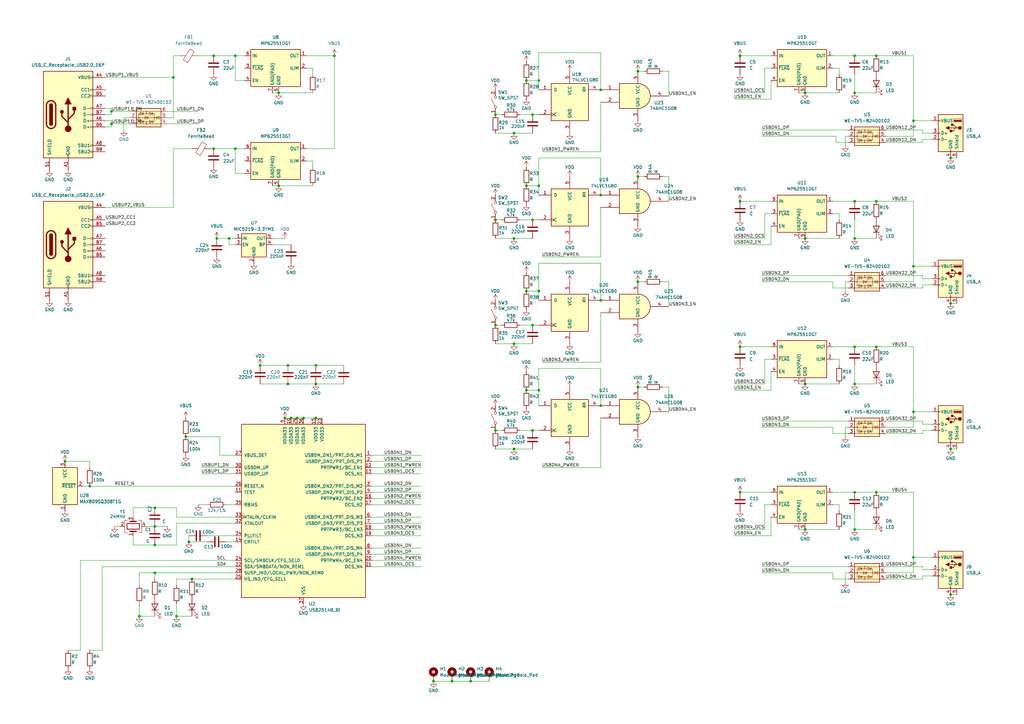
<source format=kicad_sch>
(kicad_sch (version 20231120) (generator "eeschema") (generator_version "8.0")
  (paper "A3")
  (junction (at 389.89 243.84))
  (junction (at 330.2 97.79))
  (junction (at 114.3 76.2))
  (junction (at 261.62 72.39))
  (junction (at 63.5 215.9))
  (junction (at 220.98 76.2))
  (junction (at 261.62 29.21))
  (junction (at 210.82 140.97))
  (junction (at 63.5 234.95))
  (junction (at 220.98 160.02))
  (junction (at 246.38 123.19))
  (junction (at 350.52 97.79))
  (junction (at 203.2 90.17))
  (junction (at 389.89 184.15))
  (junction (at 374.65 228.6))
  (junction (at 88.9 97.79))
  (junction (at 203.2 176.53))
  (junction (at 218.44 90.17))
  (junction (at 36.83 199.39))
  (junction (at 350.52 82.55))
  (junction (at 374.65 109.22))
  (junction (at 185.42 279.4))
  (junction (at 63.5 223.52))
  (junction (at 129.54 171.45))
  (junction (at 210.82 184.15))
  (junction (at 303.53 201.93))
  (junction (at 26.67 189.23))
  (junction (at 96.52 60.96))
  (junction (at 261.62 158.75))
  (junction (at 303.53 142.24))
  (junction (at 330.2 38.1))
  (junction (at 57.15 252.73))
  (junction (at 330.2 157.48))
  (junction (at 203.2 46.99))
  (junction (at 246.38 36.83))
  (junction (at 350.52 201.93))
  (junction (at 137.16 22.86))
  (junction (at 116.84 171.45))
  (junction (at 218.44 133.35))
  (junction (at 129.54 149.86))
  (junction (at 87.63 60.96))
  (junction (at 261.62 115.57))
  (junction (at 114.3 38.1))
  (junction (at 119.38 171.45))
  (junction (at 177.8 279.4))
  (junction (at 218.44 46.99))
  (junction (at 45.72 45.72))
  (junction (at 87.63 22.86))
  (junction (at 215.9 33.02))
  (junction (at 118.11 157.48))
  (junction (at 359.41 22.86))
  (junction (at 93.98 97.79))
  (junction (at 76.2 179.07))
  (junction (at 220.98 119.38))
  (junction (at 246.38 166.37))
  (junction (at 359.41 82.55))
  (junction (at 389.89 64.77))
  (junction (at 210.82 54.61))
  (junction (at 210.82 97.79))
  (junction (at 359.41 201.93))
  (junction (at 303.53 22.86))
  (junction (at 106.68 149.86))
  (junction (at 71.12 31.75))
  (junction (at 389.89 124.46))
  (junction (at 78.74 237.49))
  (junction (at 246.38 80.01))
  (junction (at 330.2 217.17))
  (junction (at 359.41 142.24))
  (junction (at 193.04 279.4))
  (junction (at 96.52 22.86))
  (junction (at 215.9 119.38))
  (junction (at 303.53 82.55))
  (junction (at 63.5 208.28))
  (junction (at 350.52 38.1))
  (junction (at 215.9 160.02))
  (junction (at 118.11 149.86))
  (junction (at 121.92 171.45))
  (junction (at 220.98 33.02))
  (junction (at 129.54 157.48))
  (junction (at 350.52 142.24))
  (junction (at 203.2 133.35))
  (junction (at 72.39 252.73))
  (junction (at 350.52 157.48))
  (junction (at 218.44 176.53))
  (junction (at 77.47 222.25))
  (junction (at 350.52 22.86))
  (junction (at 350.52 217.17))
  (junction (at 215.9 76.2))
  (junction (at 124.46 171.45))
  (junction (at 45.72 50.8))
  (junction (at 374.65 168.91))
  (junction (at 374.65 49.53))
  (wire (pts (xy 374.65 228.6) (xy 382.27 228.6)))
  (wire (pts (xy 222.25 148.59) (xy 246.38 148.59)))
  (wire (pts (xy 152.4 232.41) (xy 172.72 232.41)))
  (wire (pts (xy 36.83 191.77) (xy 36.83 189.23)))
  (wire (pts (xy 378.46 233.68) (xy 378.46 232.41)))
  (wire (pts (xy 378.46 116.84) (xy 378.46 118.11)))
  (wire (pts (xy 312.42 115.57) (xy 341.63 115.57)))
  (wire (pts (xy 303.53 22.86) (xy 316.23 22.86)))
  (wire (pts (xy 300.99 100.33) (xy 316.23 100.33)))
  (wire (pts (xy 350.52 82.55) (xy 359.41 82.55)))
  (wire (pts (xy 57.15 240.03) (xy 57.15 234.95)))
  (wire (pts (xy 152.4 214.63) (xy 172.72 214.63)))
  (wire (pts (xy 220.98 107.95) (xy 246.38 107.95)))
  (wire (pts (xy 43.18 31.75) (xy 71.12 31.75)))
  (wire (pts (xy 96.52 229.87) (xy 33.02 229.87)))
  (wire (pts (xy 45.72 45.72) (xy 45.72 46.99)))
  (wire (pts (xy 111.76 100.33) (xy 119.38 100.33)))
  (wire (pts (xy 374.65 175.26) (xy 363.22 175.26)))
  (wire (pts (xy 382.27 54.61) (xy 378.46 54.61)))
  (wire (pts (xy 213.36 46.99) (xy 218.44 46.99)))
  (wire (pts (xy 374.65 49.53) (xy 382.27 49.53)))
  (wire (pts (xy 93.98 97.79) (xy 93.98 100.33)))
  (wire (pts (xy 347.98 234.95) (xy 346.71 234.95)))
  (wire (pts (xy 303.53 142.24) (xy 316.23 142.24)))
  (wire (pts (xy 129.54 149.86) (xy 140.97 149.86)))
  (wire (pts (xy 36.83 189.23) (xy 26.67 189.23)))
  (wire (pts (xy 389.89 124.46) (xy 392.43 124.46)))
  (wire (pts (xy 300.99 38.1) (xy 313.69 38.1)))
  (wire (pts (xy 363.22 115.57) (xy 374.65 115.57)))
  (wire (pts (xy 220.98 76.2) (xy 220.98 80.01)))
  (wire (pts (xy 45.72 44.45) (xy 45.72 45.72)))
  (wire (pts (xy 378.46 54.61) (xy 378.46 53.34)))
  (wire (pts (xy 71.12 48.26) (xy 71.12 31.75)))
  (wire (pts (xy 72.39 252.73) (xy 78.74 252.73)))
  (wire (pts (xy 261.62 158.75) (xy 264.16 158.75)))
  (wire (pts (xy 68.58 45.72) (xy 81.28 45.72)))
  (wire (pts (xy 152.4 194.31) (xy 172.72 194.31)))
  (wire (pts (xy 137.16 60.96) (xy 137.16 22.86)))
  (wire (pts (xy 57.15 252.73) (xy 63.5 252.73)))
  (wire (pts (xy 374.65 115.57) (xy 374.65 109.22)))
  (wire (pts (xy 203.2 97.79) (xy 210.82 97.79)))
  (wire (pts (xy 210.82 97.79) (xy 218.44 97.79)))
  (wire (pts (xy 246.38 148.59) (xy 246.38 128.27)))
  (wire (pts (xy 87.63 60.96) (xy 96.52 60.96)))
  (wire (pts (xy 271.78 72.39) (xy 274.32 72.39)))
  (wire (pts (xy 374.65 234.95) (xy 374.65 228.6)))
  (wire (pts (xy 274.32 29.21) (xy 274.32 39.37)))
  (wire (pts (xy 100.33 33.02) (xy 96.52 33.02)))
  (wire (pts (xy 222.25 105.41) (xy 246.38 105.41)))
  (wire (pts (xy 63.5 215.9) (xy 68.58 215.9)))
  (wire (pts (xy 114.3 38.1) (xy 128.27 38.1)))
  (wire (pts (xy 374.65 82.55) (xy 359.41 82.55)))
  (wire (pts (xy 41.91 266.7) (xy 36.83 266.7)))
  (wire (pts (xy 215.9 76.2) (xy 220.98 76.2)))
  (wire (pts (xy 185.42 279.4) (xy 193.04 279.4)))
  (wire (pts (xy 220.98 64.77) (xy 220.98 76.2)))
  (wire (pts (xy 344.17 147.32) (xy 341.63 147.32)))
  (wire (pts (xy 77.47 219.71) (xy 77.47 222.25)))
  (wire (pts (xy 330.2 157.48) (xy 344.17 157.48)))
  (wire (pts (xy 303.53 201.93) (xy 316.23 201.93)))
  (wire (pts (xy 303.53 82.55) (xy 316.23 82.55)))
  (wire (pts (xy 213.36 90.17) (xy 218.44 90.17)))
  (wire (pts (xy 316.23 207.01) (xy 313.69 207.01)))
  (wire (pts (xy 96.52 232.41) (xy 41.91 232.41)))
  (wire (pts (xy 246.38 21.59) (xy 246.38 36.83)))
  (wire (pts (xy 68.58 48.26) (xy 71.12 48.26)))
  (wire (pts (xy 218.44 46.99) (xy 220.98 46.99)))
  (wire (pts (xy 389.89 64.77) (xy 392.43 64.77)))
  (wire (pts (xy 72.39 214.63) (xy 96.52 214.63)))
  (wire (pts (xy 152.4 191.77) (xy 172.72 191.77)))
  (wire (pts (xy 210.82 140.97) (xy 218.44 140.97)))
  (wire (pts (xy 382.27 173.99) (xy 378.46 173.99)))
  (wire (pts (xy 152.4 229.87) (xy 172.72 229.87)))
  (wire (pts (xy 316.23 87.63) (xy 313.69 87.63)))
  (wire (pts (xy 45.72 50.8) (xy 53.34 50.8)))
  (wire (pts (xy 152.4 219.71) (xy 172.72 219.71)))
  (wire (pts (xy 106.68 149.86) (xy 118.11 149.86)))
  (wire (pts (xy 45.72 52.07) (xy 43.18 52.07)))
  (wire (pts (xy 246.38 105.41) (xy 246.38 85.09)))
  (wire (pts (xy 81.28 207.01) (xy 85.09 207.01)))
  (wire (pts (xy 118.11 149.86) (xy 129.54 149.86)))
  (wire (pts (xy 96.52 60.96) (xy 96.52 71.12)))
  (wire (pts (xy 50.8 48.26) (xy 50.8 53.34)))
  (wire (pts (xy 312.42 232.41) (xy 347.98 232.41)))
  (wire (pts (xy 129.54 157.48) (xy 140.97 157.48)))
  (wire (pts (xy 378.46 114.3) (xy 378.46 113.03)))
  (wire (pts (xy 274.32 125.73) (xy 274.32 115.57)))
  (wire (pts (xy 203.2 140.97) (xy 210.82 140.97)))
  (wire (pts (xy 347.98 115.57) (xy 346.71 115.57)))
  (wire (pts (xy 378.46 236.22) (xy 378.46 237.49)))
  (wire (pts (xy 220.98 119.38) (xy 220.98 107.95)))
  (wire (pts (xy 363.22 118.11) (xy 378.46 118.11)))
  (wire (pts (xy 220.98 21.59) (xy 246.38 21.59)))
  (wire (pts (xy 72.39 212.09) (xy 72.39 208.28)))
  (wire (pts (xy 341.63 175.26) (xy 341.63 177.8)))
  (wire (pts (xy 92.71 222.25) (xy 96.52 222.25)))
  (wire (pts (xy 86.36 60.96) (xy 87.63 60.96)))
  (wire (pts (xy 53.34 48.26) (xy 50.8 48.26)))
  (wire (pts (xy 111.76 38.1) (xy 114.3 38.1)))
  (wire (pts (xy 330.2 38.1) (xy 344.17 38.1)))
  (wire (pts (xy 374.65 168.91) (xy 382.27 168.91)))
  (wire (pts (xy 54.61 223.52) (xy 54.61 219.71)))
  (wire (pts (xy 261.62 29.21) (xy 264.16 29.21)))
  (wire (pts (xy 274.32 29.21) (xy 271.78 29.21)))
  (wire (pts (xy 152.4 227.33) (xy 172.72 227.33)))
  (wire (pts (xy 378.46 177.8) (xy 363.22 177.8)))
  (wire (pts (xy 152.4 201.93) (xy 172.72 201.93)))
  (wire (pts (xy 246.38 151.13) (xy 246.38 166.37)))
  (wire (pts (xy 81.28 22.86) (xy 87.63 22.86)))
  (wire (pts (xy 378.46 58.42) (xy 363.22 58.42)))
  (wire (pts (xy 374.65 22.86) (xy 374.65 49.53)))
  (wire (pts (xy 350.52 38.1) (xy 359.41 38.1)))
  (wire (pts (xy 213.36 133.35) (xy 218.44 133.35)))
  (wire (pts (xy 68.58 50.8) (xy 81.28 50.8)))
  (wire (pts (xy 63.5 208.28) (xy 72.39 208.28)))
  (wire (pts (xy 374.65 168.91) (xy 374.65 175.26)))
  (wire (pts (xy 45.72 50.8) (xy 45.72 52.07)))
  (wire (pts (xy 137.16 60.96) (xy 125.73 60.96)))
  (wire (pts (xy 57.15 247.65) (xy 57.15 252.73)))
  (wire (pts (xy 152.4 189.23) (xy 172.72 189.23)))
  (wire (pts (xy 341.63 201.93) (xy 350.52 201.93)))
  (wire (pts (xy 344.17 87.63) (xy 341.63 87.63)))
  (wire (pts (xy 220.98 33.02) (xy 220.98 21.59)))
  (wire (pts (xy 316.23 147.32) (xy 313.69 147.32)))
  (wire (pts (xy 344.17 207.01) (xy 341.63 207.01)))
  (wire (pts (xy 128.27 68.58) (xy 128.27 66.04)))
  (wire (pts (xy 378.46 237.49) (xy 363.22 237.49)))
  (wire (pts (xy 378.46 57.15) (xy 378.46 58.42)))
  (wire (pts (xy 346.71 55.88) (xy 346.71 59.69)))
  (wire (pts (xy 152.4 224.79) (xy 172.72 224.79)))
  (wire (pts (xy 215.9 33.02) (xy 220.98 33.02)))
  (wire (pts (xy 152.4 217.17) (xy 172.72 217.17)))
  (wire (pts (xy 312.42 113.03) (xy 347.98 113.03)))
  (wire (pts (xy 313.69 87.63) (xy 313.69 97.79)))
  (wire (pts (xy 344.17 149.86) (xy 344.17 147.32)))
  (wire (pts (xy 43.18 49.53) (xy 45.72 49.53)))
  (wire (pts (xy 220.98 64.77) (xy 246.38 64.77)))
  (wire (pts (xy 41.91 232.41) (xy 41.91 266.7)))
  (wire (pts (xy 215.9 119.38) (xy 220.98 119.38)))
  (wire (pts (xy 114.3 76.2) (xy 128.27 76.2)))
  (wire (pts (xy 346.71 115.57) (xy 346.71 119.38)))
  (wire (pts (xy 382.27 233.68) (xy 378.46 233.68)))
  (wire (pts (xy 128.27 27.94) (xy 125.73 27.94)))
  (wire (pts (xy 312.42 175.26) (xy 341.63 175.26)))
  (wire (pts (xy 341.63 115.57) (xy 341.63 118.11)))
  (wire (pts (xy 341.63 237.49) (xy 347.98 237.49)))
  (wire (pts (xy 87.63 22.86) (xy 96.52 22.86)))
  (wire (pts (xy 93.98 97.79) (xy 96.52 97.79)))
  (wire (pts (xy 300.99 157.48) (xy 313.69 157.48)))
  (wire (pts (xy 378.46 176.53) (xy 378.46 177.8)))
  (wire (pts (xy 33.02 229.87) (xy 33.02 266.7)))
  (wire (pts (xy 77.47 222.25) (xy 85.09 222.25)))
  (wire (pts (xy 344.17 30.48) (xy 344.17 27.94)))
  (wire (pts (xy 116.84 171.45) (xy 119.38 171.45)))
  (wire (pts (xy 347.98 175.26) (xy 346.71 175.26)))
  (wire (pts (xy 71.12 60.96) (xy 78.74 60.96)))
  (wire (pts (xy 350.52 217.17) (xy 359.41 217.17)))
  (wire (pts (xy 218.44 133.35) (xy 220.98 133.35)))
  (wire (pts (xy 261.62 115.57) (xy 264.16 115.57)))
  (wire (pts (xy 350.52 30.48) (xy 350.52 38.1)))
  (wire (pts (xy 350.52 209.55) (xy 350.52 217.17)))
  (wire (pts (xy 82.55 194.31) (xy 96.52 194.31)))
  (wire (pts (xy 88.9 97.79) (xy 93.98 97.79)))
  (wire (pts (xy 152.4 212.09) (xy 172.72 212.09)))
  (wire (pts (xy 205.74 46.99) (xy 203.2 46.99)))
  (wire (pts (xy 210.82 184.15) (xy 218.44 184.15)))
  (wire (pts (xy 327.66 38.1) (xy 330.2 38.1)))
  (wire (pts (xy 374.65 55.88) (xy 374.65 49.53)))
  (wire (pts (xy 330.2 97.79) (xy 344.17 97.79)))
  (wire (pts (xy 78.74 237.49) (xy 72.39 237.49)))
  (wire (pts (xy 382.27 57.15) (xy 378.46 57.15)))
  (wire (pts (xy 106.68 157.48) (xy 118.11 157.48)))
  (wire (pts (xy 341.63 142.24) (xy 350.52 142.24)))
  (wire (pts (xy 344.17 209.55) (xy 344.17 207.01)))
  (wire (pts (xy 220.98 151.13) (xy 246.38 151.13)))
  (wire (pts (xy 378.46 173.99) (xy 378.46 172.72)))
  (wire (pts (xy 374.65 82.55) (xy 374.65 109.22)))
  (wire (pts (xy 54.61 208.28) (xy 63.5 208.28)))
  (wire (pts (xy 205.74 90.17) (xy 203.2 90.17)))
  (wire (pts (xy 72.39 247.65) (xy 72.39 252.73)))
  (wire (pts (xy 389.89 184.15) (xy 392.43 184.15)))
  (wire (pts (xy 312.42 53.34) (xy 347.98 53.34)))
  (wire (pts (xy 137.16 22.86) (xy 125.73 22.86)))
  (wire (pts (xy 382.27 176.53) (xy 378.46 176.53)))
  (wire (pts (xy 124.46 171.45) (xy 129.54 171.45)))
  (wire (pts (xy 382.27 114.3) (xy 378.46 114.3)))
  (wire (pts (xy 274.32 158.75) (xy 274.32 168.91)))
  (wire (pts (xy 205.74 133.35) (xy 203.2 133.35)))
  (wire (pts (xy 220.98 160.02) (xy 220.98 151.13)))
  (wire (pts (xy 63.5 234.95) (xy 96.52 234.95)))
  (wire (pts (xy 152.4 204.47) (xy 172.72 204.47)))
  (wire (pts (xy 374.65 109.22) (xy 382.27 109.22)))
  (wire (pts (xy 350.52 149.86) (xy 350.52 157.48)))
  (wire (pts (xy 341.63 118.11) (xy 347.98 118.11)))
  (wire (pts (xy 246.38 191.77) (xy 246.38 171.45)))
  (wire (pts (xy 177.8 279.4) (xy 185.42 279.4)))
  (wire (pts (xy 264.16 72.39) (xy 261.62 72.39)))
  (wire (pts (xy 374.65 201.93) (xy 374.65 228.6)))
  (wire (pts (xy 316.23 27.94) (xy 313.69 27.94)))
  (wire (pts (xy 350.52 90.17) (xy 350.52 97.79)))
  (wire (pts (xy 218.44 90.17) (xy 220.98 90.17)))
  (wire (pts (xy 71.12 22.86) (xy 73.66 22.86)))
  (wire (pts (xy 71.12 31.75) (xy 71.12 22.86)))
  (wire (pts (xy 222.25 191.77) (xy 246.38 191.77)))
  (wire (pts (xy 152.4 186.69) (xy 172.72 186.69)))
  (wire (pts (xy 193.04 279.4) (xy 200.66 279.4)))
  (wire (pts (xy 363.22 55.88) (xy 374.65 55.88)))
  (wire (pts (xy 327.66 157.48) (xy 330.2 157.48)))
  (wire (pts (xy 111.76 97.79) (xy 116.84 97.79)))
  (wire (pts (xy 374.65 142.24) (xy 359.41 142.24)))
  (wire (pts (xy 246.38 107.95) (xy 246.38 123.19)))
  (wire (pts (xy 220.98 166.37) (xy 220.98 160.02)))
  (wire (pts (xy 34.29 199.39) (xy 36.83 199.39)))
  (wire (pts (xy 378.46 172.72) (xy 363.22 172.72)))
  (wire (pts (xy 378.46 53.34) (xy 363.22 53.34)))
  (wire (pts (xy 222.25 62.23) (xy 246.38 62.23)))
  (wire (pts (xy 347.98 55.88) (xy 346.71 55.88)))
  (wire (pts (xy 346.71 234.95) (xy 346.71 238.76)))
  (wire (pts (xy 382.27 236.22) (xy 378.46 236.22)))
  (wire (pts (xy 152.4 207.01) (xy 172.72 207.01)))
  (wire (pts (xy 118.11 157.48) (xy 129.54 157.48)))
  (wire (pts (xy 203.2 54.61) (xy 210.82 54.61)))
  (wire (pts (xy 300.99 97.79) (xy 313.69 97.79)))
  (wire (pts (xy 218.44 176.53) (xy 220.98 176.53)))
  (wire (pts (xy 363.22 234.95) (xy 374.65 234.95)))
  (wire (pts (xy 341.63 234.95) (xy 341.63 237.49)))
  (wire (pts (xy 220.98 123.19) (xy 220.98 119.38)))
  (wire (pts (xy 63.5 237.49) (xy 63.5 234.95)))
  (wire (pts (xy 43.18 44.45) (xy 45.72 44.45)))
  (wire (pts (xy 316.23 212.09) (xy 316.23 219.71)))
  (wire (pts (xy 33.02 266.7) (xy 27.94 266.7)))
  (wire (pts (xy 92.71 207.01) (xy 96.52 207.01)))
  (wire (pts (xy 341.63 177.8) (xy 347.98 177.8)))
  (wire (pts (xy 274.32 72.39) (xy 274.32 82.55)))
  (wire (pts (xy 350.52 142.24) (xy 359.41 142.24)))
  (wire (pts (xy 378.46 232.41) (xy 363.22 232.41)))
  (wire (pts (xy 246.38 64.77) (xy 246.38 80.01)))
  (wire (pts (xy 121.92 171.45) (xy 124.46 171.45)))
  (wire (pts (xy 213.36 176.53) (xy 218.44 176.53)))
  (wire (pts (xy 72.39 223.52) (xy 72.39 214.63)))
  (wire (pts (xy 96.52 22.86) (xy 100.33 22.86)))
  (wire (pts (xy 344.17 27.94) (xy 341.63 27.94)))
  (wire (pts (xy 313.69 147.32) (xy 313.69 157.48)))
  (wire (pts (xy 341.63 82.55) (xy 350.52 82.55)))
  (wire (pts (xy 327.66 217.17) (xy 330.2 217.17)))
  (wire (pts (xy 327.66 97.79) (xy 330.2 97.79)))
  (wire (pts (xy 313.69 207.01) (xy 313.69 217.17)))
  (wire (pts (xy 129.54 171.45) (xy 132.08 171.45)))
  (wire (pts (xy 111.76 76.2) (xy 114.3 76.2)))
  (wire (pts (xy 300.99 160.02) (xy 316.23 160.02)))
  (wire (pts (xy 350.52 157.48) (xy 359.41 157.48)))
  (wire (pts (xy 96.52 22.86) (xy 96.52 33.02)))
  (wire (pts (xy 389.89 243.84) (xy 392.43 243.84)))
  (wire (pts (xy 374.65 22.86) (xy 359.41 22.86)))
  (wire (pts (xy 274.32 115.57) (xy 271.78 115.57)))
  (wire (pts (xy 54.61 223.52) (xy 63.5 223.52)))
  (wire (pts (xy 59.69 215.9) (xy 63.5 215.9)))
  (wire (pts (xy 210.82 54.61) (xy 218.44 54.61)))
  (wire (pts (xy 215.9 160.02) (xy 220.98 160.02)))
  (wire (pts (xy 119.38 171.45) (xy 121.92 171.45)))
  (wire (pts (xy 220.98 36.83) (xy 220.98 33.02)))
  (wire (pts (xy 203.2 184.15) (xy 210.82 184.15)))
  (wire (pts (xy 316.23 92.71) (xy 316.23 100.33)))
  (wire (pts (xy 350.52 22.86) (xy 359.41 22.86)))
  (wire (pts (xy 342.9 55.88) (xy 342.9 58.42)))
  (wire (pts (xy 128.27 30.48) (xy 128.27 27.94)))
  (wire (pts (xy 346.71 175.26) (xy 346.71 179.07)))
  (wire (pts (xy 374.65 201.93) (xy 359.41 201.93)))
  (wire (pts (xy 312.42 55.88) (xy 342.9 55.88)))
  (wire (pts (xy 90.17 179.07) (xy 76.2 179.07)))
  (wire (pts (xy 312.42 172.72) (xy 347.98 172.72)))
  (wire (pts (xy 374.65 142.24) (xy 374.65 168.91)))
  (wire (pts (xy 330.2 217.17) (xy 344.17 217.17)))
  (wire (pts (xy 246.38 41.91) (xy 246.38 62.23)))
  (wire (pts (xy 300.99 219.71) (xy 316.23 219.71)))
  (wire (pts (xy 128.27 66.04) (xy 125.73 66.04)))
  (wire (pts (xy 72.39 237.49) (xy 72.39 240.03)))
  (wire (pts (xy 43.18 85.09) (xy 71.12 85.09)))
  (wire (pts (xy 271.78 158.75) (xy 274.32 158.75)))
  (wire (pts (xy 46.99 215.9) (xy 49.53 215.9)))
  (wire (pts (xy 45.72 45.72) (xy 53.34 45.72)))
  (wire (pts (xy 90.17 186.69) (xy 90.17 179.07)))
  (wire (pts (xy 54.61 212.09) (xy 54.61 208.28)))
  (wire (pts (xy 85.09 219.71) (xy 96.52 219.71)))
  (wire (pts (xy 205.74 176.53) (xy 203.2 176.53)))
  (wire (pts (xy 300.99 40.64) (xy 316.23 40.64)))
  (wire (pts (xy 100.33 71.12) (xy 96.52 71.12)))
  (wire (pts (xy 313.69 27.94) (xy 313.69 38.1)))
  (wire (pts (xy 350.52 97.79) (xy 359.41 97.79)))
  (wire (pts (xy 300.99 217.17) (xy 313.69 217.17)))
  (wire (pts (xy 36.83 199.39) (xy 96.52 199.39)))
  (wire (pts (xy 382.27 116.84) (xy 378.46 116.84)))
  (wire (pts (xy 342.9 58.42) (xy 347.98 58.42)))
  (wire (pts (xy 350.52 201.93) (xy 359.41 201.93)))
  (wire (pts (xy 152.4 199.39) (xy 172.72 199.39)))
  (wire (pts (xy 45.72 49.53) (xy 45.72 50.8)))
  (wire (pts (xy 341.63 22.86) (xy 350.52 22.86)))
  (wire (pts (xy 63.5 223.52) (xy 72.39 223.52)))
  (wire (pts (xy 363.22 113.03) (xy 378.46 113.03)))
  (wire (pts (xy 71.12 85.09) (xy 71.12 60.96)))
  (wire (pts (xy 316.23 33.02) (xy 316.23 40.64)))
  (wire (pts (xy 82.55 191.77) (xy 96.52 191.77)))
  (wire (pts (xy 344.17 90.17) (xy 344.17 87.63)))
  (wire (pts (xy 96.52 60.96) (xy 100.33 60.96)))
  (wire (pts (xy 96.52 212.09) (xy 72.39 212.09)))
  (wire (pts (xy 96.52 100.33) (xy 93.98 100.33)))
  (wire (pts (xy 96.52 186.69) (xy 90.17 186.69)))
  (wire (pts (xy 57.15 234.95) (xy 63.5 234.95)))
  (wire (pts (xy 96.52 237.49) (xy 78.74 237.49)))
  (wire (pts (xy 312.42 234.95) (xy 341.63 234.95)))
  (wire (pts (xy 316.23 152.4) (xy 316.23 160.02)))
  (wire (pts (xy 45.72 46.99) (xy 43.18 46.99)))
  (label "USBDN2_PWREN" (at 222.25 105.41 0))
  (label "USBDN3_OCS" (at 300.99 157.48 0))
  (label "USBDN3_PWREN" (at 222.25 148.59 0))
  (label "USBDN42_DP" (at 363.22 232.41 0))
  (label "USBDN3_EN" (at 274.32 125.73 0))
  (label "USBDN3_DN" (at 312.42 175.26 0))
  (label "USBDN1_PWREN" (at 222.25 62.23 0))
  (label "SCL" (at 88.9 229.87 0))
  (label "USBDN2_OCS" (at 300.99 97.79 0))
  (label "USBUP1_DN" (at 82.55 191.77 0))
  (label "USBDN4_EN" (at 300.99 219.71 0))
  (label "USBDN2_OCS" (at 157.48 207.01 0))
  (label "USBUP1_DN" (at 72.39 45.72 0))
  (label "USBDN1_OCS" (at 300.99 38.1 0))
  (label "USBDN3_PWREN" (at 157.48 217.17 0))
  (label "USBDN12_DP" (at 363.22 53.34 0))
  (label "USBDN4_PWREN" (at 157.48 229.87 0))
  (label "USBDN32_DN" (at 363.22 177.8 0))
  (label "USBDN1_DP" (at 312.42 53.34 0))
  (label "USBDN3_DP" (at 157.48 214.63 0))
  (label "USBDN4_EN" (at 274.32 168.91 0))
  (label "USBDN4_PWREN" (at 222.25 191.77 0))
  (label "USBDN2_DP" (at 157.48 201.93 0))
  (label "VBUS1" (at 365.76 22.86 0))
  (label "USBDN2_EN" (at 274.32 82.55 0))
  (label "VBUS4" (at 365.76 201.93 0))
  (label "USBDN12_DN" (at 363.22 58.42 0))
  (label "USBUP1_DP" (at 72.39 50.8 0))
  (label "USBDN22_DP" (at 363.22 113.03 0))
  (label "USBUP11_DN" (at 45.72 45.72 0))
  (label "USBDN4_DP" (at 312.42 232.41 0))
  (label "USBDN4_OCS" (at 300.99 217.17 0))
  (label "USBDN3_OCS" (at 157.48 219.71 0))
  (label "USBDN2_DP" (at 312.42 113.03 0))
  (label "SDA" (at 88.9 232.41 0))
  (label "USBDN2_EN" (at 300.99 100.33 0))
  (label "USBUP2_CC1" (at 43.18 90.17 0))
  (label "USBDN1_OCS" (at 157.48 194.31 0))
  (label "USBDN2_DN" (at 312.42 115.57 0))
  (label "USBDN3_DP" (at 312.42 172.72 0))
  (label "RESET_N" (at 46.99 199.39 0))
  (label "USBDN32_DP" (at 363.22 172.72 0))
  (label "USBDN2_DN" (at 157.48 199.39 0))
  (label "VBUS3" (at 365.76 142.24 0))
  (label "USBUP1_DP" (at 82.55 194.31 0))
  (label "USBDN22_DN" (at 363.22 118.11 0))
  (label "USBDN3_DN" (at 157.48 212.09 0))
  (label "USBDN2_PWREN" (at 157.48 204.47 0))
  (label "USBUP2_CC2" (at 43.18 92.71 0))
  (label "USBDN4_OCS" (at 157.48 232.41 0))
  (label "USBDN1_DP" (at 157.48 189.23 0))
  (label "USBDN1_DN" (at 157.48 186.69 0))
  (label "USBDN4_DN" (at 312.42 234.95 0))
  (label "USBDN1_EN" (at 274.32 39.37 0))
  (label "USBUP1_VBUS" (at 43.18 31.75 0))
  (label "USBDN3_EN" (at 300.99 160.02 0))
  (label "USBDN4_DP" (at 157.48 227.33 0))
  (label "USBDN1_DN" (at 312.42 55.88 0))
  (label "USBDN1_EN" (at 300.99 40.64 0))
  (label "USBDN42_DN" (at 363.22 237.49 0))
  (label "USBDN1_PWREN" (at 157.48 191.77 0))
  (label "USBDN4_DN" (at 157.48 224.79 0))
  (label "USBUP2_VBUS" (at 45.72 85.09 0))
  (label "VBUS2" (at 365.76 82.55 0))
  (label "USBUP11_DP" (at 45.72 50.8 0))
  (symbol (lib_id "Device:C") (at 350.52 205.74 0) (unit 1)
    (property "Reference" "C12" (at 353.568 204.47 0) (effects (justify left)))
    (property "Value" "22uF" (at 353.568 207.01 0) (effects (justify left)))
    (property "Footprint" "Capacitor_SMD:C_0805_2012Metric" (effects (hide yes)))
    (property "Description" "Unpolarized capacitor" (effects (hide yes)))
  )
  (symbol (lib_id "Device:C") (at 303.53 205.74 0) (unit 1)
    (property "Reference" "C11" (at 307.34 204.4699 0) (effects (justify left)))
    (property "Value" "C" (at 307.34 207.0099 0) (effects (justify left)))
    (property "Footprint" "Capacitor_SMD:C_0402_1005Metric" (effects (hide yes)))
    (property "Description" "Unpolarized capacitor" (effects (hide yes)))
  )
  (symbol (lib_id "power:GND") (at 215.9 167.64 0) (unit 1)
    (property "Reference" "#PWR091" (effects (hide yes)))
    (property "Value" "GND" (at 215.9 171.45 0))
    (property "Description" "Power symbol creates a global label with name \"GND\" , ground" (effects (hide yes)))
  )
  (symbol (lib_id "power:VDD") (at 26.67 189.23 0) (unit 1)
    (property "Reference" "#PWR097" (effects (hide yes)))
    (property "Value" "VDD" (at 26.67 185.42 0))
    (property "Description" "Power symbol creates a global label with name \"VDD\"" (effects (hide yes)))
  )
  (symbol (lib_id "Device:R") (at 63.5 241.3 0) (unit 1)
    (property "Reference" "R10" (at 64.77 240.03 0) (effects (justify left)))
    (property "Value" "R" (at 64.77 242.57 0) (effects (justify left)))
    (property "Footprint" "Resistor_SMD:R_0402_1005Metric" (effects (hide yes)))
    (property "Description" "Resistor" (effects (hide yes)))
  )
  (symbol (lib_id "power:GND") (at 210.82 184.15 0) (unit 1)
    (property "Reference" "#PWR079" (effects (hide yes)))
    (property "Value" "GND" (at 210.82 187.96 0))
    (property "Description" "Power symbol creates a global label with name \"GND\" , ground" (effects (hide yes)))
  )
  (symbol (lib_id "Device:R") (at 128.27 72.39 0) (unit 1)
    (property "Reference" "R18" (at 129.54 71.12 0) (effects (justify left)))
    (property "Value" "R" (at 129.54 73.66 0) (effects (justify left)))
    (property "Footprint" "Resistor_SMD:R_0402_1005Metric" (effects (hide yes)))
    (property "Description" "Resistor" (effects (hide yes)))
  )
  (symbol (lib_id "power:GND") (at 20.32 123.19 0) (unit 1)
    (property "Reference" "#PWR020" (effects (hide yes)))
    (property "Value" "GND" (at 20.32 127 0))
    (property "Description" "Power symbol creates a global label with name \"GND\" , ground" (effects (hide yes)))
  )
  (symbol (lib_id "power:GND") (at 114.3 76.2 0) (unit 1)
    (property "Reference" "#PWR029" (effects (hide yes)))
    (property "Value" "GND" (at 114.3 80.01 0))
    (property "Description" "Power symbol creates a global label with name \"GND\" , ground" (effects (hide yes)))
  )
  (symbol (lib_id "power:GND") (at 68.58 215.9 0) (unit 1)
    (property "Reference" "#PWR094" (effects (hide yes)))
    (property "Value" "GND" (at 68.58 219.71 0))
    (property "Description" "Power symbol creates a global label with name \"GND\" , ground" (effects (hide yes)))
  )
  (symbol (lib_id "Power_Protection:WE-TVS-82400102") (at 355.6 55.88 0) (unit 1)
    (property "Reference" "U3" (at 355.6 46.99 0))
    (property "Value" "WE-TVS-82400102" (at 355.6 49.53 0))
    (property "Footprint" "Package_TO_SOT_SMD:SOT-363_SC-70-6" (effects (hide yes)))
    (property "Datasheet" "https://www.we-online.com/components/products/datasheet/82400102.pdf" (effects (hide yes)))
    (property "Description" "Low Capacitance TVS Diode Array, 2 Channels, SOT-23-6" (effects (hide yes)))
  )
  (symbol (lib_id "a_gkac_Ki8:MP62551DGT") (at 328.93 207.01 0) (unit 1)
    (property "Reference" "U13" (at 328.93 194.31 0))
    (property "Value" "MP62551DGT" (at 328.93 196.85 0))
    (property "Footprint" "Package_DFN_QFN:DFN-6-1EP_2x2mm_P0.65mm_EP1x1.6mm" (effects (hide yes)))
    (property "Datasheet" "https://www.monolithicpower.com/en/documentview/productdocument/index/version/2/document_type/Datasheet/lang/en/sku/MP62550/document_id/1743" (effects (hide yes)))
    (property "Description" "Precision 60mA-1.7A Programmable Current-Limited Power Distribution Switch" (effects (hide yes)))
  )
  (symbol (lib_id "power:GND") (at 210.82 140.97 0) (unit 1)
    (property "Reference" "#PWR073" (effects (hide yes)))
    (property "Value" "GND" (at 210.82 144.78 0))
    (property "Description" "Power symbol creates a global label with name \"GND\" , ground" (effects (hide yes)))
  )
  (symbol (lib_id "Power_Protection:WE-TVS-82400102") (at 355.6 175.26 0) (unit 1)
    (property "Reference" "U5" (at 355.6 166.37 0))
    (property "Value" "WE-TVS-82400102" (at 355.6 168.91 0))
    (property "Footprint" "Package_TO_SOT_SMD:SOT-363_SC-70-6" (effects (hide yes)))
    (property "Datasheet" "https://www.we-online.com/components/products/datasheet/82400102.pdf" (effects (hide yes)))
    (property "Description" "Low Capacitance TVS Diode Array, 2 Channels, SOT-23-6" (effects (hide yes)))
  )
  (symbol (lib_id "power:VBUS") (at 303.53 82.55 0) (unit 1)
    (property "Reference" "#PWR046" (effects (hide yes)))
    (property "Value" "VBUS" (at 303.53 77.47 0))
    (property "Description" "Power symbol creates a global label with name \"VBUS\"" (effects (hide yes)))
  )
  (symbol (lib_id "power:GND") (at 346.71 238.76 0) (unit 1)
    (property "Reference" "#PWR02" (effects (hide yes)))
    (property "Value" "GND" (at 346.71 242.57 0))
    (property "Description" "Power symbol creates a global label with name \"GND\" , ground" (effects (hide yes)))
  )
  (symbol (lib_id "power:VDD") (at 261.62 72.39 0) (unit 1)
    (property "Reference" "#PWR070" (effects (hide yes)))
    (property "Value" "VDD" (at 261.62 68.58 0))
    (property "Description" "Power symbol creates a global label with name \"VDD\"" (effects (hide yes)))
  )
  (symbol (lib_id "power:VDD") (at 215.9 68.58 0) (unit 1)
    (property "Reference" "#PWR085" (effects (hide yes)))
    (property "Value" "VDD" (at 215.9 64.77 0))
    (property "Description" "Power symbol creates a global label with name \"VDD\"" (effects (hide yes)))
  )
  (symbol (lib_id "Device:R") (at 344.17 153.67 0) (unit 1)
    (property "Reference" "R16" (at 345.44 152.4 0) (effects (justify left)))
    (property "Value" "R" (at 345.44 154.94 0) (effects (justify left)))
    (property "Footprint" "Resistor_SMD:R_0402_1005Metric" (effects (hide yes)))
    (property "Description" "Resistor" (effects (hide yes)))
  )
  (symbol (lib_id "power:GND") (at 210.82 54.61 0) (unit 1)
    (property "Reference" "#PWR064" (effects (hide yes)))
    (property "Value" "GND" (at 210.82 58.42 0))
    (property "Description" "Power symbol creates a global label with name \"GND\" , ground" (effects (hide yes)))
  )
  (symbol (lib_id "Mechanical:MountingHole_Pad") (at 200.66 276.86 0) (unit 1) (exclude_from_sim yes) (in_bom no)
    (property "Reference" "H4" (at 203.2 274.3199 0) (effects (justify left)))
    (property "Value" "MountingHole_Pad" (at 203.2 276.8599 0) (effects (justify left)))
    (property "Footprint" "MountingHole:MountingHole_2.5mm_Pad" (effects (hide yes)))
    (property "Description" "Mounting Hole with connection" (effects (hide yes)))
  )
  (symbol (lib_id "Device:R") (at 344.17 34.29 0) (unit 1)
    (property "Reference" "R19" (at 345.44 33.02 0) (effects (justify left)))
    (property "Value" "R" (at 345.44 35.56 0) (effects (justify left)))
    (property "Footprint" "Resistor_SMD:R_0402_1005Metric" (effects (hide yes)))
    (property "Description" "Resistor" (effects (hide yes)))
  )
  (symbol (lib_id "Device:R") (at 209.55 176.53 90) (unit 1)
    (property "Reference" "R40" (at 211.582 172.72 90) (effects (justify left)))
    (property "Value" "47k" (at 211.328 174.498 90) (effects (justify left)))
    (property "Footprint" "Resistor_SMD:R_0402_1005Metric" (effects (hide yes)))
    (property "Description" "Resistor" (effects (hide yes)))
  )
  (symbol (lib_id "Device:R") (at 215.9 123.19 0) (unit 1)
    (property "Reference" "R38" (at 217.17 121.92 0) (effects (justify left)))
    (property "Value" "R" (at 217.17 124.46 0) (effects (justify left)))
    (property "Footprint" "Resistor_SMD:R_0402_1005Metric" (effects (hide yes)))
    (property "Description" "Resistor" (effects (hide yes)))
  )
  (symbol (lib_id "Device:R") (at 209.55 46.99 90) (unit 1)
    (property "Reference" "R30" (at 211.582 43.18 90) (effects (justify left)))
    (property "Value" "47k" (at 211.328 44.958 90) (effects (justify left)))
    (property "Footprint" "Resistor_SMD:R_0402_1005Metric" (effects (hide yes)))
    (property "Description" "Resistor" (effects (hide yes)))
  )
  (symbol (lib_id "power:GND") (at 177.8 279.4 0) (unit 1)
    (property "Reference" "#PWR050" (effects (hide yes)))
    (property "Value" "GND" (at 177.8 283.21 0))
    (property "Description" "Power symbol creates a global label with name \"GND\" , ground" (effects (hide yes)))
  )
  (symbol (lib_id "power:VDD") (at 203.2 36.83 0) (unit 1)
    (property "Reference" "#PWR065" (effects (hide yes)))
    (property "Value" "VDD" (at 203.2 33.02 0))
    (property "Description" "Power symbol creates a global label with name \"VDD\"" (effects (hide yes)))
  )
  (symbol (lib_id "Mechanical:MountingHole_Pad") (at 193.04 276.86 0) (unit 1) (exclude_from_sim yes) (in_bom no)
    (property "Reference" "H3" (at 195.58 274.3199 0) (effects (justify left)))
    (property "Value" "MountingHole_Pad" (at 195.58 276.8599 0) (effects (justify left)))
    (property "Footprint" "MountingHole:MountingHole_2.5mm_Pad" (effects (hide yes)))
    (property "Description" "Mounting Hole with connection" (effects (hide yes)))
  )
  (symbol (lib_id "power:GND") (at 350.52 97.79 0) (unit 1)
    (property "Reference" "#PWR035" (effects (hide yes)))
    (property "Value" "GND" (at 350.52 101.6 0))
    (property "Description" "Power symbol creates a global label with name \"GND\" , ground" (effects (hide yes)))
  )
  (symbol (lib_id "power:GND") (at 81.28 207.01 0) (unit 1)
    (property "Reference" "#PWR049" (effects (hide yes)))
    (property "Value" "GND" (at 81.28 210.82 0))
    (property "Description" "Power symbol creates a global label with name \"GND\" , ground" (effects (hide yes)))
  )
  (symbol (lib_id "power:GND") (at 261.62 179.07 0) (unit 1)
    (property "Reference" "#PWR083" (effects (hide yes)))
    (property "Value" "GND" (at 261.62 182.88 0))
    (property "Description" "Power symbol creates a global label with name \"GND\" , ground" (effects (hide yes)))
  )
  (symbol (lib_id "Device:C") (at 63.5 212.09 180) (unit 1)
    (property "Reference" "C2" (at 61.468 208.788 90))
    (property "Value" "C" (at 67.31 213.868 0))
    (property "Footprint" "Capacitor_SMD:C_0402_1005Metric" (effects (hide yes)))
    (property "Description" "Unpolarized capacitor" (effects (hide yes)))
  )
  (symbol (lib_id "Device:R") (at 215.9 80.01 0) (unit 1)
    (property "Reference" "R34" (at 217.17 78.74 0) (effects (justify left)))
    (property "Value" "R" (at 217.17 81.28 0) (effects (justify left)))
    (property "Footprint" "Resistor_SMD:R_0402_1005Metric" (effects (hide yes)))
    (property "Description" "Resistor" (effects (hide yes)))
  )
  (symbol (lib_id "Device:R") (at 209.55 133.35 90) (unit 1)
    (property "Reference" "R36" (at 211.582 129.54 90) (effects (justify left)))
    (property "Value" "47k" (at 211.328 131.318 90) (effects (justify left)))
    (property "Footprint" "Resistor_SMD:R_0402_1005Metric" (effects (hide yes)))
    (property "Description" "Resistor" (effects (hide yes)))
  )
  (symbol (lib_id "power:GND") (at 346.71 179.07 0) (unit 1)
    (property "Reference" "#PWR04" (effects (hide yes)))
    (property "Value" "GND" (at 346.71 182.88 0))
    (property "Description" "Power symbol creates a global label with name \"GND\" , ground" (effects (hide yes)))
  )
  (symbol (lib_id "Device:LED") (at 359.41 213.36 90) (unit 1)
    (property "Reference" "D6" (at 363.22 213.6774 90) (effects (justify right)))
    (property "Value" "LED" (at 363.22 216.2174 90) (effects (justify right)))
    (property "Footprint" "LED_SMD:LED_0603_1608Metric" (effects (hide yes)))
    (property "Description" "Light emitting diode" (effects (hide yes)))
  )
  (symbol (lib_id "power:VDD") (at 116.84 97.79 0) (unit 1)
    (property "Reference" "#PWR014" (effects (hide yes)))
    (property "Value" "VDD" (at 116.84 93.98 0))
    (property "Description" "Power symbol creates a global label with name \"VDD\"" (effects (hide yes)))
  )
  (symbol (lib_id "Device:C") (at 218.44 93.98 0) (unit 1)
    (property "Reference" "C16" (at 211.328 92.964 0) (effects (justify left)))
    (property "Value" "220nF" (at 209.55 94.996 0) (effects (justify left)))
    (property "Footprint" "Capacitor_SMD:C_0402_1005Metric" (effects (hide yes)))
    (property "Description" "Unpolarized capacitor" (effects (hide yes)))
  )
  (symbol (lib_id "power:VDD") (at 233.68 29.21 0) (unit 1)
    (property "Reference" "#PWR061" (effects (hide yes)))
    (property "Value" "VDD" (at 233.68 25.4 0))
    (property "Description" "Power symbol creates a global label with name \"VDD\"" (effects (hide yes)))
  )
  (symbol (lib_id "Device:C") (at 350.52 26.67 0) (unit 1)
    (property "Reference" "C6" (at 353.568 25.4 0) (effects (justify left)))
    (property "Value" "22uF" (at 353.568 27.94 0) (effects (justify left)))
    (property "Footprint" "Capacitor_SMD:C_0805_2012Metric" (effects (hide yes)))
    (property "Description" "Unpolarized capacitor" (effects (hide yes)))
  )
  (symbol (lib_id "power:VBUS") (at 303.53 201.93 0) (unit 1)
    (property "Reference" "#PWR048" (effects (hide yes)))
    (property "Value" "VBUS" (at 303.53 196.85 0))
    (property "Description" "Power symbol creates a global label with name \"VBUS\"" (effects (hide yes)))
  )
  (symbol (lib_id "Device:C") (at 118.11 153.67 0) (unit 1)
    (property "Reference" "C20" (at 110.998 152.654 0) (effects (justify left)))
    (property "Value" "220nF" (at 109.22 154.686 0) (effects (justify left)))
    (property "Footprint" "Capacitor_SMD:C_0402_1005Metric" (effects (hide yes)))
    (property "Description" "Unpolarized capacitor" (effects (hide yes)))
  )
  (symbol (lib_id "Device:C") (at 88.9 222.25 270) (unit 1)
    (property "Reference" "C13" (at 85.598 224.282 90))
    (property "Value" "100n" (at 92.964 224.028 90))
    (property "Footprint" "Capacitor_SMD:C_0402_1005Metric" (effects (hide yes)))
    (property "Description" "Unpolarized capacitor" (effects (hide yes)))
  )
  (symbol (lib_id "power:GND") (at 303.53 90.17 0) (unit 1)
    (property "Reference" "#PWR033" (effects (hide yes)))
    (property "Value" "GND" (at 303.53 93.98 0))
    (property "Description" "Power symbol creates a global label with name \"GND\" , ground" (effects (hide yes)))
  )
  (symbol (lib_id "Device:R") (at 344.17 213.36 0) (unit 1)
    (property "Reference" "R21" (at 345.44 212.09 0) (effects (justify left)))
    (property "Value" "R" (at 345.44 214.63 0) (effects (justify left)))
    (property "Footprint" "Resistor_SMD:R_0402_1005Metric" (effects (hide yes)))
    (property "Description" "Resistor" (effects (hide yes)))
  )
  (symbol (lib_id "Device:R") (at 203.2 180.34 0) (unit 1)
    (property "Reference" "R39" (at 204.47 179.832 0) (effects (justify left)))
    (property "Value" "1k" (at 204.47 181.864 0) (effects (justify left)))
    (property "Footprint" "Resistor_SMD:R_0402_1005Metric" (effects (hide yes)))
    (property "Description" "Resistor" (effects (hide yes)))
  )
  (symbol (lib_id "Device:R") (at 203.2 137.16 0) (unit 1)
    (property "Reference" "R35" (at 204.47 136.652 0) (effects (justify left)))
    (property "Value" "1k" (at 204.47 138.684 0) (effects (justify left)))
    (property "Footprint" "Resistor_SMD:R_0402_1005Metric" (effects (hide yes)))
    (property "Description" "Resistor" (effects (hide yes)))
  )
  (symbol (lib_id "Device:C") (at 350.52 86.36 0) (unit 1)
    (property "Reference" "C8" (at 353.568 85.09 0) (effects (justify left)))
    (property "Value" "22uF" (at 353.568 87.63 0) (effects (justify left)))
    (property "Footprint" "Capacitor_SMD:C_0805_2012Metric" (effects (hide yes)))
    (property "Description" "Unpolarized capacitor" (effects (hide yes)))
  )
  (symbol (lib_id "power:GND") (at 389.89 124.46 0) (unit 1)
    (property "Reference" "#PWR07" (effects (hide yes)))
    (property "Value" "GND" (at 389.89 128.27 0))
    (property "Description" "Power symbol creates a global label with name \"GND\" , ground" (effects (hide yes)))
  )
  (symbol (lib_id "power:GND") (at 114.3 38.1 0) (unit 1)
    (property "Reference" "#PWR026" (effects (hide yes)))
    (property "Value" "GND" (at 114.3 42.164 0))
    (property "Description" "Power symbol creates a global label with name \"GND\" , ground" (effects (hide yes)))
  )
  (symbol (lib_id "Mechanical:MountingHole_Pad") (at 177.8 276.86 0) (unit 1) (exclude_from_sim yes) (in_bom no)
    (property "Reference" "H1" (at 180.34 274.3199 0) (effects (justify left)))
    (property "Value" "MountingHole_Pad" (at 180.34 276.8599 0) (effects (justify left)))
    (property "Footprint" "MountingHole:MountingHole_2.5mm_Pad" (effects (hide yes)))
    (property "Description" "Mounting Hole with connection" (effects (hide yes)))
  )
  (symbol (lib_id "power:GND") (at 346.71 119.38 0) (unit 1)
    (property "Reference" "#PWR06" (effects (hide yes)))
    (property "Value" "GND" (at 346.71 123.19 0))
    (property "Description" "Power symbol creates a global label with name \"GND\" , ground" (effects (hide yes)))
  )
  (symbol (lib_id "74xGxx:74LVC1G80") (at 233.68 171.45 0) (unit 1)
    (property "Reference" "U21" (at 247.65 160.0514 0))
    (property "Value" "74LVC1G80" (at 247.65 162.5914 0))
    (property "Footprint" "Package_TO_SOT_SMD:SOT-353_SC-70-5" (effects (hide yes)))
    (property "Datasheet" "http://www.ti.com/lit/sg/scyt129e/scyt129e.pdf" (effects (hide yes)))
    (property "Description" "Single D Flip-Flop, Inverted Output, Low-Voltage CMOS" (effects (hide yes)))
  )
  (symbol (lib_id "power:VDD") (at 203.2 166.37 0) (unit 1)
    (property "Reference" "#PWR078" (effects (hide yes)))
    (property "Value" "VDD" (at 203.2 162.56 0))
    (property "Description" "Power symbol creates a global label with name \"VDD\"" (effects (hide yes)))
  )
  (symbol (lib_id "power:GND") (at 330.2 97.79 0) (unit 1)
    (property "Reference" "#PWR034" (effects (hide yes)))
    (property "Value" "GND" (at 330.2 101.6 0))
    (property "Description" "Power symbol creates a global label with name \"GND\" , ground" (effects (hide yes)))
  )
  (symbol (lib_id "Device:R") (at 359.41 26.67 0) (unit 1)
    (property "Reference" "R13" (at 360.68 25.4 0) (effects (justify left)))
    (property "Value" "R" (at 360.68 27.94 0) (effects (justify left)))
    (property "Footprint" "Resistor_SMD:R_0402_1005Metric" (effects (hide yes)))
    (property "Description" "Resistor" (effects (hide yes)))
  )
  (symbol (lib_id "power:GND") (at 104.14 107.95 0) (unit 1)
    (property "Reference" "#PWR016" (effects (hide yes)))
    (property "Value" "GND" (at 104.14 111.76 0))
    (property "Description" "Power symbol creates a global label with name \"GND\" , ground" (effects (hide yes)))
  )
  (symbol (lib_id "power:GND") (at 346.71 59.69 0) (unit 1)
    (property "Reference" "#PWR08" (effects (hide yes)))
    (property "Value" "GND" (at 346.71 63.5 0))
    (property "Description" "Power symbol creates a global label with name \"GND\" , ground" (effects (hide yes)))
  )
  (symbol (lib_id "power:GND") (at 350.52 38.1 0) (unit 1)
    (property "Reference" "#PWR031" (effects (hide yes)))
    (property "Value" "GND" (at 350.52 41.91 0))
    (property "Description" "Power symbol creates a global label with name \"GND\" , ground" (effects (hide yes)))
  )
  (symbol (lib_id "Device:C") (at 303.53 26.67 0) (unit 1)
    (property "Reference" "C5" (at 307.34 25.3999 0) (effects (justify left)))
    (property "Value" "C" (at 307.34 27.9399 0) (effects (justify left)))
    (property "Footprint" "Capacitor_SMD:C_0402_1005Metric" (effects (hide yes)))
    (property "Description" "Unpolarized capacitor" (effects (hide yes)))
  )
  (symbol (lib_id "Device:C") (at 129.54 153.67 0) (unit 1)
    (property "Reference" "C21" (at 122.428 152.654 0) (effects (justify left)))
    (property "Value" "220nF" (at 120.65 154.686 0) (effects (justify left)))
    (property "Footprint" "Capacitor_SMD:C_0402_1005Metric" (effects (hide yes)))
    (property "Description" "Unpolarized capacitor" (effects (hide yes)))
  )
  (symbol (lib_id "Device:C") (at 88.9 101.6 0) (unit 1)
    (property "Reference" "C24" (at 81.788 100.584 0) (effects (justify left)))
    (property "Value" "220nF" (at 80.01 102.616 0) (effects (justify left)))
    (property "Footprint" "Capacitor_SMD:C_0402_1005Metric" (effects (hide yes)))
    (property "Description" "Unpolarized capacitor" (effects (hide yes)))
  )
  (symbol (lib_id "power:VDD") (at 261.62 115.57 0) (unit 1)
    (property "Reference" "#PWR076" (effects (hide yes)))
    (property "Value" "VDD" (at 261.62 111.76 0))
    (property "Description" "Power symbol creates a global label with name \"VDD\"" (effects (hide yes)))
  )
  (symbol (lib_id "power:VDD") (at 215.9 111.76 0) (unit 1)
    (property "Reference" "#PWR088" (effects (hide yes)))
    (property "Value" "VDD" (at 215.9 107.95 0))
    (property "Description" "Power symbol creates a global label with name \"VDD\"" (effects (hide yes)))
  )
  (symbol (lib_id "Power_Protection:WE-TVS-82400102") (at 60.96 48.26 0) (unit 1)
    (property "Reference" "U1" (at 60.96 39.37 0))
    (property "Value" "WE-TVS-82400102" (at 60.96 41.91 0))
    (property "Footprint" "Package_TO_SOT_SMD:SOT-363_SC-70-6" (effects (hide yes)))
    (property "Datasheet" "https://www.we-online.com/components/products/datasheet/82400102.pdf" (effects (hide yes)))
    (property "Description" "Low Capacitance TVS Diode Array, 2 Channels, SOT-23-6" (effects (hide yes)))
  )
  (symbol (lib_id "Device:R") (at 267.97 29.21 90) (unit 1)
    (property "Reference" "R43" (at 266.7 27.94 0) (effects (justify left)))
    (property "Value" "R" (at 269.24 27.94 0) (effects (justify left)))
    (property "Footprint" "Resistor_SMD:R_0402_1005Metric" (effects (hide yes)))
    (property "Description" "Resistor" (effects (hide yes)))
  )
  (symbol (lib_id "power:GND") (at 50.8 53.34 0) (unit 1)
    (property "Reference" "#PWR025" (effects (hide yes)))
    (property "Value" "GND" (at 50.8 57.15 0))
    (property "Description" "Power symbol creates a global label with name \"GND\" , ground" (effects (hide yes)))
  )
  (symbol (lib_id "Device:R") (at 128.27 34.29 0) (unit 1)
    (property "Reference" "R17" (at 129.54 33.02 0) (effects (justify left)))
    (property "Value" "R" (at 129.54 35.56 0) (effects (justify left)))
    (property "Footprint" "Resistor_SMD:R_0402_1005Metric" (effects (hide yes)))
    (property "Description" "Resistor" (effects (hide yes)))
  )
  (symbol (lib_id "74xGxx:74LVC1G80") (at 233.68 128.27 0) (unit 1)
    (property "Reference" "U20" (at 247.65 116.8714 0))
    (property "Value" "74LVC1G80" (at 247.65 119.4114 0))
    (property "Footprint" "Package_TO_SOT_SMD:SOT-353_SC-70-5" (effects (hide yes)))
    (property "Datasheet" "http://www.ti.com/lit/sg/scyt129e/scyt129e.pdf" (effects (hide yes)))
    (property "Description" "Single D Flip-Flop, Inverted Output, Low-Voltage CMOS" (effects (hide yes)))
  )
  (symbol (lib_id "Device:C") (at 218.44 137.16 0) (unit 1)
    (property "Reference" "C17" (at 211.328 136.144 0) (effects (justify left)))
    (property "Value" "220nF" (at 209.55 138.176 0) (effects (justify left)))
    (property "Footprint" "Capacitor_SMD:C_0402_1005Metric" (effects (hide yes)))
    (property "Description" "Unpolarized capacitor" (effects (hide yes)))
  )
  (symbol (lib_id "Device:C") (at 218.44 50.8 0) (unit 1)
    (property "Reference" "C15" (at 211.328 49.784 0) (effects (justify left)))
    (property "Value" "220nF" (at 209.55 51.816 0) (effects (justify left)))
    (property "Footprint" "Capacitor_SMD:C_0402_1005Metric" (effects (hide yes)))
    (property "Description" "Unpolarized capacitor" (effects (hide yes)))
  )
  (symbol (lib_id "power:GND") (at 215.9 83.82 0) (unit 1)
    (property "Reference" "#PWR084" (effects (hide yes)))
    (property "Value" "GND" (at 215.9 87.63 0))
    (property "Description" "Power symbol creates a global label with name \"GND\" , ground" (effects (hide yes)))
  )
  (symbol (lib_id "Device:Crystal_GND24") (at 54.61 215.9 90) (unit 1)
    (property "Reference" "Y1" (at 50.292 209.804 90))
    (property "Value" "24MHz" (at 48.26 211.836 90))
    (property "Footprint" "Crystal:Crystal_SMD_2520-4Pin_2.5x2.0mm" (effects (hide yes)))
    (property "Description" "Four pin crystal, GND on pins 2 and 4" (effects (hide yes)))
  )
  (symbol (lib_id "power:VDD") (at 203.2 123.19 0) (unit 1)
    (property "Reference" "#PWR072" (effects (hide yes)))
    (property "Value" "VDD" (at 203.2 119.38 0))
    (property "Description" "Power symbol creates a global label with name \"VDD\"" (effects (hide yes)))
  )
  (symbol (lib_id "power:GND") (at 350.52 217.17 0) (unit 1)
    (property "Reference" "#PWR041" (effects (hide yes)))
    (property "Value" "GND" (at 350.52 220.98 0))
    (property "Description" "Power symbol creates a global label with name \"GND\" , ground" (effects (hide yes)))
  )
  (symbol (lib_id "power:GND") (at 330.2 217.17 0) (unit 1)
    (property "Reference" "#PWR040" (effects (hide yes)))
    (property "Value" "GND" (at 330.2 220.98 0))
    (property "Description" "Power symbol creates a global label with name \"GND\" , ground" (effects (hide yes)))
  )
  (symbol (lib_id "Device:R") (at 27.94 270.51 0) (unit 1)
    (property "Reference" "R2" (at 29.21 269.24 0) (effects (justify left)))
    (property "Value" "R" (at 29.21 271.78 0) (effects (justify left)))
    (property "Footprint" "Resistor_SMD:R_0402_1005Metric" (effects (hide yes)))
    (property "Description" "Resistor" (effects (hide yes)))
  )
  (symbol (lib_id "Power_Protection:WE-TVS-82400102") (at 355.6 234.95 0) (unit 1)
    (property "Reference" "U6" (at 355.6 226.06 0))
    (property "Value" "WE-TVS-82400102" (at 355.6 228.6 0))
    (property "Footprint" "Package_TO_SOT_SMD:SOT-363_SC-70-6" (effects (hide yes)))
    (property "Datasheet" "https://www.we-online.com/components/products/datasheet/82400102.pdf" (effects (hide yes)))
    (property "Description" "Low Capacitance TVS Diode Array, 2 Channels, SOT-23-6" (effects (hide yes)))
  )
  (symbol (lib_id "74xGxx:74AHC1G08") (at 261.62 125.73 0) (unit 1)
    (property "Reference" "U25" (at 274.32 119.4114 0))
    (property "Value" "74AHC1G08" (at 274.32 121.9514 0))
    (property "Footprint" "Package_TO_SOT_SMD:SOT-353_SC-70-5" (effects (hide yes)))
    (property "Datasheet" "http://www.ti.com/lit/sg/scyt129e/scyt129e.pdf" (effects (hide yes)))
    (property "Description" "Single AND Gate, Low-Voltage CMOS" (effects (hide yes)))
  )
  (symbol (lib_id "Device:R") (at 215.9 29.21 0) (unit 1)
    (property "Reference" "R27" (at 217.17 27.94 0) (effects (justify left)))
    (property "Value" "R" (at 217.17 30.48 0) (effects (justify left)))
    (property "Footprint" "Resistor_SMD:R_0402_1005Metric" (effects (hide yes)))
    (property "Description" "Resistor" (effects (hide yes)))
  )
  (symbol (lib_id "Connector:USB_C_Receptacle_USB2.0_16P") (at 27.94 46.99 0) (unit 1)
    (property "Reference" "J1" (at 27.94 24.13 0))
    (property "Value" "USB_C_Receptacle_USB2.0_16P" (at 27.94 26.67 0))
    (property "Footprint" "all_gk_fp_Ki8:USB_C_Receptacle_Wuerth_629722000214" (effects (hide yes)))
    (property "Datasheet" "https://www.usb.org/sites/default/files/documents/usb_type-c.zip" (effects (hide yes)))
    (property "Description" "USB 2.0-only 16P Type-C Receptacle connector" (effects (hide yes)))
    (property "PCB opis" "UP" (effects (hide yes)))
  )
  (symbol (lib_id "Connector:USB_A") (at 389.89 54.61 0) (mirror y) (unit 1)
    (property "Reference" "J3" (at 396.24 53.3399 0) (effects (justify right)))
    (property "Value" "USB_A" (at 396.24 55.8799 0) (effects (justify right)))
    (property "Footprint" "all_gk_fp_Ki8:USB_A_Wuerth_614004185023_Vertical" (effects (hide yes)))
    (property "Datasheet" " ~" (effects (hide yes)))
    (property "Description" "USB Type A connector" (effects (hide yes)))
  )
  (symbol (lib_id "a_gkac_Ki8:MP62551DGT") (at 113.03 27.94 0) (unit 1)
    (property "Reference" "U8" (at 113.03 15.24 0))
    (property "Value" "MP62551DGT" (at 113.03 17.78 0))
    (property "Footprint" "Package_DFN_QFN:DFN-6-1EP_2x2mm_P0.65mm_EP1x1.6mm" (effects (hide yes)))
    (property "Datasheet" "https://www.monolithicpower.com/en/documentview/productdocument/index/version/2/document_type/Datasheet/lang/en/sku/MP62550/document_id/1743" (effects (hide yes)))
    (property "Description" "Precision 60mA-1.7A Programmable Current-Limited Power Distribution Switch" (effects (hide yes)))
  )
  (symbol (lib_id "Mechanical:MountingHole_Pad") (at 185.42 276.86 0) (unit 1) (exclude_from_sim yes) (in_bom no)
    (property "Reference" "H2" (at 187.96 274.3199 0) (effects (justify left)))
    (property "Value" "MountingHole_Pad" (at 187.96 276.8599 0) (effects (justify left)))
    (property "Footprint" "MountingHole:MountingHole_2.5mm_Pad" (effects (hide yes)))
    (property "Description" "Mounting Hole with connection" (effects (hide yes)))
  )
  (symbol (lib_id "Device:R") (at 88.9 207.01 90) (unit 1)
    (property "Reference" "R25" (at 90.932 204.978 90) (effects (justify left)))
    (property "Value" "12k/1%" (at 92.71 209.296 90) (effects (justify left)))
    (property "Footprint" "Resistor_SMD:R_0402_1005Metric" (effects (hide yes)))
    (property "Description" "Resistor" (effects (hide yes)))
  )
  (symbol (lib_id "Device:R") (at 215.9 163.83 0) (unit 1)
    (property "Reference" "R42" (at 217.17 162.56 0) (effects (justify left)))
    (property "Value" "R" (at 217.17 165.1 0) (effects (justify left)))
    (property "Footprint" "Resistor_SMD:R_0402_1005Metric" (effects (hide yes)))
    (property "Description" "Resistor" (effects (hide yes)))
  )
  (symbol (lib_id "power:VDD") (at 233.68 158.75 0) (unit 1)
    (property "Reference" "#PWR080" (effects (hide yes)))
    (property "Value" "VDD" (at 233.68 154.94 0))
    (property "Description" "Power symbol creates a global label with name \"VDD\"" (effects (hide yes)))
  )
  (symbol (lib_id "power:GND") (at 124.46 247.65 0) (unit 1)
    (property "Reference" "#PWR01" (effects (hide yes)))
    (property "Value" "GND" (at 124.46 251.46 0))
    (property "Description" "Power symbol creates a global label with name \"GND\" , ground" (effects (hide yes)))
  )
  (symbol (lib_id "Switch:SW_SPST") (at 203.2 171.45 90) (unit 1)
    (property "Reference" "SW4" (at 204.216 167.386 90) (effects (justify right)))
    (property "Value" "SW_SPST" (at 204.216 169.672 90) (effects (justify right)))
    (property "Footprint" "Button_Switch_THT:SW_PUSH_6mm_H9.5mm" (effects (hide yes)))
    (property "Description" "Single Pole Single Throw (SPST) switch" (effects (hide yes)))
  )
  (symbol (lib_id "Regulator_Linear:MIC5219-3.3YM5") (at 104.14 100.33 0) (unit 1)
    (property "Reference" "U7" (at 104.14 91.44 0))
    (property "Value" "MIC5219-3.3YM5" (at 104.14 93.98 0))
    (property "Footprint" "Package_TO_SOT_SMD:SOT-23-5" (effects (hide yes)))
    (property "Datasheet" "http://ww1.microchip.com/downloads/en/DeviceDoc/MIC5219-500mA-Peak-Output-LDO-Regulator-DS20006021A.pdf" (effects (hide yes)))
    (property "Description" "500mA low dropout linear regulator, fixed 3.3V output, SOT-23-5" (effects (hide yes)))
  )
  (symbol (lib_id "a_gkac_Ki8:MP62551DGT") (at 328.93 147.32 0) (unit 1)
    (property "Reference" "U12" (at 328.93 134.62 0))
    (property "Value" "MP62551DGT" (at 328.93 137.16 0))
    (property "Footprint" "Package_DFN_QFN:DFN-6-1EP_2x2mm_P0.65mm_EP1x1.6mm" (effects (hide yes)))
    (property "Datasheet" "https://www.monolithicpower.com/en/documentview/productdocument/index/version/2/document_type/Datasheet/lang/en/sku/MP62550/document_id/1743" (effects (hide yes)))
    (property "Description" "Precision 60mA-1.7A Programmable Current-Limited Power Distribution Switch" (effects (hide yes)))
  )
  (symbol (lib_id "Device:C") (at 218.44 180.34 0) (unit 1)
    (property "Reference" "C18" (at 211.328 179.324 0) (effects (justify left)))
    (property "Value" "220nF" (at 209.55 181.356 0) (effects (justify left)))
    (property "Footprint" "Capacitor_SMD:C_0402_1005Metric" (effects (hide yes)))
    (property "Description" "Unpolarized capacitor" (effects (hide yes)))
  )
  (symbol (lib_id "Switch:SW_SPST") (at 203.2 41.91 90) (unit 1)
    (property "Reference" "SW1" (at 204.216 37.846 90) (effects (justify right)))
    (property "Value" "SW_SPST" (at 204.216 40.132 90) (effects (justify right)))
    (property "Footprint" "Button_Switch_THT:SW_PUSH_6mm_H9.5mm" (effects (hide yes)))
    (property "Description" "Single Pole Single Throw (SPST) switch" (effects (hide yes)))
  )
  (symbol (lib_id "Device:LED") (at 359.41 93.98 90) (unit 1)
    (property "Reference" "D4" (at 363.22 94.2974 90) (effects (justify right)))
    (property "Value" "LED" (at 363.22 96.8374 90) (effects (justify right)))
    (property "Footprint" "LED_SMD:LED_0603_1608Metric" (effects (hide yes)))
    (property "Description" "Light emitting diode" (effects (hide yes)))
  )
  (symbol (lib_id "Device:R") (at 267.97 158.75 90) (unit 1)
    (property "Reference" "R46" (at 266.7 157.48 0) (effects (justify left)))
    (property "Value" "R" (at 269.24 157.48 0) (effects (justify left)))
    (property "Footprint" "Resistor_SMD:R_0402_1005Metric" (effects (hide yes)))
    (property "Description" "Resistor" (effects (hide yes)))
  )
  (symbol (lib_id "power:GND") (at 129.54 157.48 0) (unit 1)
    (property "Reference" "#PWR093" (effects (hide yes)))
    (property "Value" "GND" (at 129.54 161.29 0))
    (property "Description" "Power symbol creates a global label with name \"GND\" , ground" (effects (hide yes)))
  )
  (symbol (lib_id "power:GND") (at 87.63 68.58 0) (unit 1)
    (property "Reference" "#PWR028" (effects (hide yes)))
    (property "Value" "GND" (at 87.63 72.39 0))
    (property "Description" "Power symbol creates a global label with name \"GND\" , ground" (effects (hide yes)))
  )
  (symbol (lib_id "Device:R") (at 215.9 115.57 0) (unit 1)
    (property "Reference" "R37" (at 217.17 114.3 0) (effects (justify left)))
    (property "Value" "R" (at 217.17 116.84 0) (effects (justify left)))
    (property "Footprint" "Resistor_SMD:R_0402_1005Metric" (effects (hide yes)))
    (property "Description" "Resistor" (effects (hide yes)))
  )
  (symbol (lib_id "Device:C") (at 350.52 146.05 0) (unit 1)
    (property "Reference" "C10" (at 353.568 144.78 0) (effects (justify left)))
    (property "Value" "22uF" (at 353.568 147.32 0) (effects (justify left)))
    (property "Footprint" "Capacitor_SMD:C_0805_2012Metric" (effects (hide yes)))
    (property "Description" "Unpolarized capacitor" (effects (hide yes)))
  )
  (symbol (lib_id "Device:FerriteBead") (at 82.55 60.96 90) (unit 1)
    (property "Reference" "FB2" (at 82.4992 53.34 90))
    (property "Value" "FerriteBead" (at 82.4992 55.88 90))
    (property "Footprint" "Inductor_SMD:L_0805_2012Metric" (effects (hide yes)))
    (property "Description" "Ferrite bead" (effects (hide yes)))
  )
  (symbol (lib_id "Device:LED") (at 78.74 248.92 90) (unit 1)
    (property "Reference" "D2" (at 82.55 249.2374 90) (effects (justify right)))
    (property "Value" "LED" (at 82.55 251.7774 90) (effects (justify right)))
    (property "Footprint" "LED_SMD:LED_0603_1608Metric" (effects (hide yes)))
    (property "Description" "Light emitting diode" (effects (hide yes)))
    (property "PCB opis" "HS" (effects (hide yes)))
  )
  (symbol (lib_id "Device:FerriteBead") (at 77.47 22.86 90) (unit 1)
    (property "Reference" "FB1" (at 77.4192 15.24 90))
    (property "Value" "FerriteBead" (at 77.4192 17.78 90))
    (property "Footprint" "Inductor_SMD:L_0805_2012Metric" (effects (hide yes)))
    (property "Description" "Ferrite bead" (effects (hide yes)))
  )
  (symbol (lib_id "power:VBUS") (at 88.9 97.79 0) (unit 1)
    (property "Reference" "#PWR015" (effects (hide yes)))
    (property "Value" "VBUS" (at 88.9 92.71 0))
    (property "Description" "Power symbol creates a global label with name \"VBUS\"" (effects (hide yes)))
  )
  (symbol (lib_id "Device:R") (at 215.9 72.39 0) (unit 1)
    (property "Reference" "R33" (at 217.17 71.12 0) (effects (justify left)))
    (property "Value" "R" (at 217.17 73.66 0) (effects (justify left)))
    (property "Footprint" "Resistor_SMD:R_0402_1005Metric" (effects (hide yes)))
    (property "Description" "Resistor" (effects (hide yes)))
  )
  (symbol (lib_id "Connector:USB_A") (at 389.89 233.68 0) (mirror y) (unit 1)
    (property "Reference" "J6" (at 396.24 232.4099 0) (effects (justify right)))
    (property "Value" "USB_A" (at 396.24 234.9499 0) (effects (justify right)))
    (property "Footprint" "all_gk_fp_Ki8:USB_A_Wuerth_614004185023_Vertical" (effects (hide yes)))
    (property "Datasheet" " ~" (effects (hide yes)))
    (property "Description" "USB Type A connector" (effects (hide yes)))
  )
  (symbol (lib_id "Device:R") (at 215.9 36.83 0) (unit 1)
    (property "Reference" "R28" (at 217.17 35.56 0) (effects (justify left)))
    (property "Value" "R" (at 217.17 38.1 0) (effects (justify left)))
    (property "Footprint" "Resistor_SMD:R_0402_1005Metric" (effects (hide yes)))
    (property "Description" "Resistor" (effects (hide yes)))
  )
  (symbol (lib_id "Device:R") (at 76.2 175.26 0) (unit 1)
    (property "Reference" "R23" (at 77.47 173.99 0) (effects (justify left)))
    (property "Value" "100k" (at 77.47 176.53 0) (effects (justify left)))
    (property "Footprint" "Resistor_SMD:R_0402_1005Metric" (effects (hide yes)))
    (property "Description" "Resistor" (effects (hide yes)))
  )
  (symbol (lib_id "Device:R") (at 215.9 156.21 0) (unit 1)
    (property "Reference" "R41" (at 217.17 154.94 0) (effects (justify left)))
    (property "Value" "R" (at 217.17 157.48 0) (effects (justify left)))
    (property "Footprint" "Resistor_SMD:R_0402_1005Metric" (effects (hide yes)))
    (property "Description" "Resistor" (effects (hide yes)))
  )
  (symbol (lib_id "power:GND") (at 76.2 186.69 0) (unit 1)
    (property "Reference" "#PWR044" (effects (hide yes)))
    (property "Value" "GND" (at 76.2 190.5 0))
    (property "Description" "Power symbol creates a global label with name \"GND\" , ground" (effects (hide yes)))
  )
  (symbol (lib_id "Device:C") (at 87.63 64.77 0) (unit 1)
    (property "Reference" "C4" (at 91.44 63.4999 0) (effects (justify left)))
    (property "Value" "22uF" (at 91.44 66.0399 0) (effects (justify left)))
    (property "Footprint" "Capacitor_SMD:C_0805_2012Metric" (effects (hide yes)))
    (property "Description" "Unpolarized capacitor" (effects (hide yes)))
  )
  (symbol (lib_id "power:VDD") (at 106.68 149.86 0) (unit 1)
    (property "Reference" "#PWR092" (effects (hide yes)))
    (property "Value" "VDD" (at 106.68 146.05 0))
    (property "Description" "Power symbol creates a global label with name \"VDD\"" (effects (hide yes)))
  )
  (symbol (lib_id "a_gkac_Ki8:MP62551DGT") (at 328.93 87.63 0) (unit 1)
    (property "Reference" "U11" (at 328.93 74.93 0))
    (property "Value" "MP62551DGT" (at 328.93 77.47 0))
    (property "Footprint" "Package_DFN_QFN:DFN-6-1EP_2x2mm_P0.65mm_EP1x1.6mm" (effects (hide yes)))
    (property "Datasheet" "https://www.monolithicpower.com/en/documentview/productdocument/index/version/2/document_type/Datasheet/lang/en/sku/MP62550/document_id/1743" (effects (hide yes)))
    (property "Description" "Precision 60mA-1.7A Programmable Current-Limited Power Distribution Switch" (effects (hide yes)))
  )
  (symbol (lib_id "power:GND") (at 27.94 274.32 0) (unit 1)
    (property "Reference" "#PWR013" (effects (hide yes)))
    (property "Value" "GND" (at 27.94 278.13 0))
    (property "Description" "Power symbol creates a global label with name \"GND\" , ground" (effects (hide yes)))
  )
  (symbol (lib_id "Switch:SW_SPST") (at 203.2 85.09 90) (unit 1)
    (property "Reference" "SW2" (at 204.216 81.026 90) (effects (justify right)))
    (property "Value" "SW_SPST" (at 204.216 83.312 90) (effects (justify right)))
    (property "Footprint" "Button_Switch_THT:SW_PUSH_6mm_H9.5mm" (effects (hide yes)))
    (property "Description" "Single Pole Single Throw (SPST) switch" (effects (hide yes)))
  )
  (symbol (lib_id "power:GND") (at 77.47 222.25 0) (unit 1)
    (property "Reference" "#PWR051" (effects (hide yes)))
    (property "Value" "GND" (at 77.47 226.06 0))
    (property "Description" "Power symbol creates a global label with name \"GND\" , ground" (effects (hide yes)))
  )
  (symbol (lib_id "Device:LED") (at 359.41 34.29 90) (unit 1)
    (property "Reference" "D3" (at 363.22 34.6074 90) (effects (justify right)))
    (property "Value" "LED" (at 363.22 37.1474 90) (effects (justify right)))
    (property "Footprint" "LED_SMD:LED_0603_1608Metric" (effects (hide yes)))
    (property "Description" "Light emitting diode" (effects (hide yes)))
  )
  (symbol (lib_id "Device:R") (at 359.41 205.74 0) (unit 1)
    (property "Reference" "R22" (at 360.68 204.47 0) (effects (justify left)))
    (property "Value" "R" (at 360.68 207.01 0) (effects (justify left)))
    (property "Footprint" "Resistor_SMD:R_0402_1005Metric" (effects (hide yes)))
    (property "Description" "Resistor" (effects (hide yes)))
  )
  (symbol (lib_id "power:GND") (at 389.89 64.77 0) (unit 1)
    (property "Reference" "#PWR09" (effects (hide yes)))
    (property "Value" "GND" (at 389.89 68.58 0))
    (property "Description" "Power symbol creates a global label with name \"GND\" , ground" (effects (hide yes)))
  )
  (symbol (lib_id "power:GND") (at 233.68 140.97 0) (unit 1)
    (property "Reference" "#PWR075" (effects (hide yes)))
    (property "Value" "GND" (at 233.68 144.78 0))
    (property "Description" "Power symbol creates a global label with name \"GND\" , ground" (effects (hide yes)))
  )
  (symbol (lib_id "power:GND") (at 27.94 123.19 0) (unit 1)
    (property "Reference" "#PWR021" (effects (hide yes)))
    (property "Value" "GND" (at 27.94 127 0))
    (property "Description" "Power symbol creates a global label with name \"GND\" , ground" (effects (hide yes)))
  )
  (symbol (lib_id "power:GND") (at 26.67 209.55 0) (unit 1)
    (property "Reference" "#PWR098" (effects (hide yes)))
    (property "Value" "GND" (at 26.67 213.36 0))
    (property "Description" "Power symbol creates a global label with name \"GND\" , ground" (effects (hide yes)))
  )
  (symbol (lib_id "power:GND") (at 303.53 30.48 0) (unit 1)
    (property "Reference" "#PWR032" (effects (hide yes)))
    (property "Value" "GND" (at 303.53 34.29 0))
    (property "Description" "Power symbol creates a global label with name \"GND\" , ground" (effects (hide yes)))
  )
  (symbol (lib_id "74xGxx:74LVC1G80") (at 233.68 41.91 0) (unit 1)
    (property "Reference" "U18" (at 236.474 30.48 0))
    (property "Value" "74LVC1G80" (at 240.03 32.766 0))
    (property "Footprint" "Package_TO_SOT_SMD:SOT-353_SC-70-5" (effects (hide yes)))
    (property "Datasheet" "http://www.ti.com/lit/sg/scyt129e/scyt129e.pdf" (effects (hide yes)))
    (property "Description" "Single D Flip-Flop, Inverted Output, Low-Voltage CMOS" (effects (hide yes)))
  )
  (symbol (lib_id "power:GND") (at 87.63 30.48 0) (unit 1)
    (property "Reference" "#PWR027" (effects (hide yes)))
    (property "Value" "GND" (at 87.63 34.29 0))
    (property "Description" "Power symbol creates a global label with name \"GND\" , ground" (effects (hide yes)))
  )
  (symbol (lib_id "power:GND") (at 350.52 157.48 0) (unit 1)
    (property "Reference" "#PWR038" (effects (hide yes)))
    (property "Value" "GND" (at 350.52 161.29 0))
    (property "Description" "Power symbol creates a global label with name \"GND\" , ground" (effects (hide yes)))
  )
  (symbol (lib_id "Device:R") (at 267.97 115.57 90) (unit 1)
    (property "Reference" "R45" (at 266.7 114.3 0) (effects (justify left)))
    (property "Value" "R" (at 269.24 114.3 0) (effects (justify left)))
    (property "Footprint" "Resistor_SMD:R_0402_1005Metric" (effects (hide yes)))
    (property "Description" "Resistor" (effects (hide yes)))
  )
  (symbol (lib_id "power:VDD") (at 261.62 29.21 0) (unit 1)
    (property "Reference" "#PWR062" (effects (hide yes)))
    (property "Value" "VDD" (at 261.62 25.4 0))
    (property "Description" "Power symbol creates a global label with name \"VDD\"" (effects (hide yes)))
  )
  (symbol (lib_id "Device:C") (at 303.53 146.05 0) (unit 1)
    (property "Reference" "C9" (at 307.34 144.7799 0) (effects (justify left)))
    (property "Value" "C" (at 307.34 147.3199 0) (effects (justify left)))
    (property "Footprint" "Capacitor_SMD:C_0402_1005Metric" (effects (hide yes)))
    (property "Description" "Unpolarized capacitor" (effects (hide yes)))
  )
  (symbol (lib_id "Interface_USB:USB2514B_Bi") (at 124.46 209.55 0) (unit 1)
    (property "Reference" "U2" (at 126.6541 247.65 0) (effects (justify left)))
    (property "Value" "USB2514B_Bi" (at 126.6541 250.19 0) (effects (justify left)))
    (property "Footprint" "Package_DFN_QFN:QFN-36-1EP_6x6mm_P0.5mm_EP3.7x3.7mm" (effects (hide yes)))
    (property "Datasheet" "http://ww1.microchip.com/downloads/en/DeviceDoc/00001692C.pdf" (effects (hide yes)))
    (property "Description" "USB 2.0 Hi-Speed Hub Controller" (effects (hide yes)))
  )
  (symbol (lib_id "Device:C") (at 81.28 219.71 270) (unit 1)
    (property "Reference" "C14" (at 77.978 217.932 90))
    (property "Value" "100n" (at 85.344 218.186 90))
    (property "Footprint" "Capacitor_SMD:C_0402_1005Metric" (effects (hide yes)))
    (property "Description" "Unpolarized capacitor" (effects (hide yes)))
  )
  (symbol (lib_id "Connector:USB_A") (at 389.89 114.3 0) (mirror y) (unit 1)
    (property "Reference" "J4" (at 396.24 113.0299 0) (effects (justify right)))
    (property "Value" "USB_A" (at 396.24 115.5699 0) (effects (justify right)))
    (property "Footprint" "all_gk_fp_Ki8:USB_A_Wuerth_614004185023_Vertical" (effects (hide yes)))
    (property "Datasheet" " ~" (effects (hide yes)))
    (property "Description" "USB Type A connector" (effects (hide yes)))
  )
  (symbol (lib_id "power:GND") (at 72.39 252.73 0) (unit 1)
    (property "Reference" "#PWR010" (effects (hide yes)))
    (property "Value" "GND" (at 72.39 256.54 0))
    (property "Description" "Power symbol creates a global label with name \"GND\" , ground" (effects (hide yes)))
  )
  (symbol (lib_id "Power_Supervisor:LM809") (at 26.67 199.39 0) (unit 1)
    (property "Reference" "U28" (at 36.576 203.2 0) (effects (justify right)))
    (property "Value" "MAX809SQ308T1G" (at 49.784 205.74 0) (effects (justify right)))
    (property "Footprint" "Package_TO_SOT_SMD:SOT-323_SC-70" (effects (hide yes)))
    (property "Datasheet" "http://www.ti.com/lit/ds/symlink/lm809.pdf" (effects (hide yes)))
    (property "Description" "Microprocessor Reset (active-low) Circuit, SOT-23" (effects (hide yes)))
  )
  (symbol (lib_id "Device:R") (at 76.2 182.88 0) (unit 1)
    (property "Reference" "R24" (at 77.47 181.61 0) (effects (justify left)))
    (property "Value" "100k" (at 77.47 184.15 0) (effects (justify left)))
    (property "Footprint" "Resistor_SMD:R_0402_1005Metric" (effects (hide yes)))
    (property "Description" "Resistor" (effects (hide yes)))
  )
  (symbol (lib_id "power:GND") (at 330.2 157.48 0) (unit 1)
    (property "Reference" "#PWR037" (effects (hide yes)))
    (property "Value" "GND" (at 330.2 161.29 0))
    (property "Description" "Power symbol creates a global label with name \"GND\" , ground" (effects (hide yes)))
  )
  (symbol (lib_id "power:GND") (at 88.9 105.41 0) (unit 1)
    (property "Reference" "#PWR019" (effects (hide yes)))
    (property "Value" "GND" (at 88.9 109.22 0))
    (property "Description" "Power symbol creates a global label with name \"GND\" , ground" (effects (hide yes)))
  )
  (symbol (lib_id "Device:R") (at 57.15 243.84 0) (unit 1)
    (property "Reference" "R9" (at 58.42 242.57 0) (effects (justify left)))
    (property "Value" "R" (at 58.42 245.11 0) (effects (justify left)))
    (property "Footprint" "Resistor_SMD:R_0402_1005Metric" (effects (hide yes)))
    (property "Description" "Resistor" (effects (hide yes)))
  )
  (symbol (lib_id "a_gkac_Ki8:MP62551DGT") (at 328.93 27.94 0) (unit 1)
    (property "Reference" "U10" (at 328.93 15.24 0))
    (property "Value" "MP62551DGT" (at 328.93 17.78 0))
    (property "Footprint" "Package_DFN_QFN:DFN-6-1EP_2x2mm_P0.65mm_EP1x1.6mm" (effects (hide yes)))
    (property "Datasheet" "https://www.monolithicpower.com/en/documentview/productdocument/index/version/2/document_type/Datasheet/lang/en/sku/MP62550/document_id/1743" (effects (hide yes)))
    (property "Description" "Precision 60mA-1.7A Programmable Current-Limited Power Distribution Switch" (effects (hide yes)))
  )
  (symbol (lib_id "power:VDD") (at 261.62 158.75 0) (unit 1)
    (property "Reference" "#PWR082" (effects (hide yes)))
    (property "Value" "VDD" (at 261.62 154.94 0))
    (property "Description" "Power symbol creates a global label with name \"VDD\"" (effects (hide yes)))
  )
  (symbol (lib_id "Device:C") (at 106.68 153.67 0) (unit 1)
    (property "Reference" "C19" (at 99.568 152.654 0) (effects (justify left)))
    (property "Value" "220nF" (at 97.79 154.686 0) (effects (justify left)))
    (property "Footprint" "Capacitor_SMD:C_0402_1005Metric" (effects (hide yes)))
    (property "Description" "Unpolarized capacitor" (effects (hide yes)))
  )
  (symbol (lib_id "Device:R") (at 36.83 195.58 0) (unit 1)
    (property "Reference" "R26" (at 38.1 194.31 0) (effects (justify left)))
    (property "Value" "100k" (at 38.1 196.85 0) (effects (justify left)))
    (property "Footprint" "Resistor_SMD:R_0402_1005Metric" (effects (hide yes)))
    (property "Description" "Resistor" (effects (hide yes)))
  )
  (symbol (lib_id "power:VDD") (at 233.68 72.39 0) (unit 1)
    (property "Reference" "#PWR068" (effects (hide yes)))
    (property "Value" "VDD" (at 233.68 68.58 0))
    (property "Description" "Power symbol creates a global label with name \"VDD\"" (effects (hide yes)))
  )
  (symbol (lib_id "power:GND") (at 46.99 215.9 0) (unit 1)
    (property "Reference" "#PWR024" (effects (hide yes)))
    (property "Value" "GND" (at 46.99 219.71 0))
    (property "Description" "Power symbol creates a global label with name \"GND\" , ground" (effects (hide yes)))
  )
  (symbol (lib_id "power:GND") (at 389.89 243.84 0) (unit 1)
    (property "Reference" "#PWR03" (effects (hide yes)))
    (property "Value" "GND" (at 389.89 247.65 0))
    (property "Description" "Power symbol creates a global label with name \"GND\" , ground" (effects (hide yes)))
  )
  (symbol (lib_id "power:VDD") (at 116.84 171.45 0) (unit 1)
    (property "Reference" "#PWR042" (effects (hide yes)))
    (property "Value" "VDD" (at 116.84 167.64 0))
    (property "Description" "Power symbol creates a global label with name \"VDD\"" (effects (hide yes)))
  )
  (symbol (lib_id "Device:LED") (at 63.5 248.92 90) (unit 1)
    (property "Reference" "D1" (at 67.31 249.2374 90) (effects (justify right)))
    (property "Value" "LED" (at 67.31 251.7774 90) (effects (justify right)))
    (property "Footprint" "LED_SMD:LED_0603_1608Metric" (effects (hide yes)))
    (property "Description" "Light emitting diode" (effects (hide yes)))
    (property "PCB opis" "SUSP" (effects (hide yes)))
  )
  (symbol (lib_id "power:GND") (at 330.2 38.1 0) (unit 1)
    (property "Reference" "#PWR030" (effects (hide yes)))
    (property "Value" "GND" (at 330.2 41.91 0))
    (property "Description" "Power symbol creates a global label with name \"GND\" , ground" (effects (hide yes)))
  )
  (symbol (lib_id "power:VBUS") (at 303.53 142.24 0) (unit 1)
    (property "Reference" "#PWR047" (effects (hide yes)))
    (property "Value" "VBUS" (at 303.53 137.16 0))
    (property "Description" "Power symbol creates a global label with name \"VBUS\"" (effects (hide yes)))
  )
  (symbol (lib_id "power:VBUS") (at 303.53 22.86 0) (unit 1)
    (property "Reference" "#PWR045" (effects (hide yes)))
    (property "Value" "VBUS" (at 303.53 17.78 0))
    (property "Description" "Power symbol creates a global label with name \"VBUS\"" (effects (hide yes)))
  )
  (symbol (lib_id "power:VDD") (at 215.9 152.4 0) (unit 1)
    (property "Reference" "#PWR090" (effects (hide yes)))
    (property "Value" "VDD" (at 215.9 148.59 0))
    (property "Description" "Power symbol creates a global label with name \"VDD\"" (effects (hide yes)))
  )
  (symbol (lib_id "power:VBUS") (at 76.2 171.45 0) (unit 1)
    (property "Reference" "#PWR043" (effects (hide yes)))
    (property "Value" "VBUS" (at 76.2 166.37 0))
    (property "Description" "Power symbol creates a global label with name \"VBUS\"" (effects (hide yes)))
  )
  (symbol (lib_id "power:GND") (at 27.94 69.85 0) (unit 1)
    (property "Reference" "#PWR022" (effects (hide yes)))
    (property "Value" "GND" (at 27.94 73.66 0))
    (property "Description" "Power symbol creates a global label with name \"GND\" , ground" (effects (hide yes)))
  )
  (symbol (lib_id "power:GND") (at 261.62 92.71 0) (unit 1)
    (property "Reference" "#PWR071" (effects (hide yes)))
    (property "Value" "GND" (at 261.62 96.52 0))
    (property "Description" "Power symbol creates a global label with name \"GND\" , ground" (effects (hide yes)))
  )
  (symbol (lib_id "power:GND") (at 20.32 69.85 0) (unit 1)
    (property "Reference" "#PWR023" (effects (hide yes)))
    (property "Value" "GND" (at 20.32 73.66 0))
    (property "Description" "Power symbol creates a global label with name \"GND\" , ground" (effects (hide yes)))
  )
  (symbol (lib_id "Device:R") (at 209.55 90.17 90) (unit 1)
    (property "Reference" "R32" (at 211.582 86.36 90) (effects (justify left)))
    (property "Value" "47k" (at 211.328 88.138 90) (effects (justify left)))
    (property "Footprint" "Resistor_SMD:R_0402_1005Metric" (effects (hide yes)))
    (property "Description" "Resistor" (effects (hide yes)))
  )
  (symbol (lib_id "Device:R") (at 359.41 146.05 0) (unit 1)
    (property "Reference" "R20" (at 360.68 144.78 0) (effects (justify left)))
    (property "Value" "R" (at 360.68 147.32 0) (effects (justify left)))
    (property "Footprint" "Resistor_SMD:R_0402_1005Metric" (effects (hide yes)))
    (property "Description" "Resistor" (effects (hide yes)))
  )
  (symbol (lib_id "a_gkac_Ki8:MP62551DGT") (at 113.03 66.04 0) (unit 1)
    (property "Reference" "U9" (at 113.03 53.34 0))
    (property "Value" "MP62551DGT" (at 113.03 55.88 0))
    (property "Footprint" "Package_DFN_QFN:DFN-6-1EP_2x2mm_P0.65mm_EP1x1.6mm" (effects (hide yes)))
    (property "Datasheet" "https://www.monolithicpower.com/en/documentview/productdocument/index/version/2/document_type/Datasheet/lang/en/sku/MP62550/document_id/1743" (effects (hide yes)))
    (property "Description" "Precision 60mA-1.7A Programmable Current-Limited Power Distribution Switch" (effects (hide yes)))
  )
  (symbol (lib_id "Device:C") (at 63.5 219.71 0) (unit 1)
    (property "Reference" "C1" (at 59.436 217.17 0) (effects (justify left)))
    (property "Value" "C" (at 59.944 221.996 0) (effects (justify left)))
    (property "Footprint" "Capacitor_SMD:C_0402_1005Metric" (effects (hide yes)))
    (property "Description" "Unpolarized capacitor" (effects (hide yes)))
  )
  (symbol (lib_id "Connector:USB_A") (at 389.89 173.99 0) (mirror y) (unit 1)
    (property "Reference" "J5" (at 396.24 172.7199 0) (effects (justify right)))
    (property "Value" "USB_A" (at 396.24 175.2599 0) (effects (justify right)))
    (property "Footprint" "all_gk_fp_Ki8:USB_A_Wuerth_614004185023_Vertical" (effects (hide yes)))
    (property "Datasheet" " ~" (effects (hide yes)))
    (property "Description" "USB Type A connector" (effects (hide yes)))
  )
  (symbol (lib_id "74xGxx:74AHC1G08") (at 261.62 39.37 0) (unit 1)
    (property "Reference" "U23" (at 270.256 42.164 0))
    (property "Value" "74AHC1G08" (at 272.034 44.45 0))
    (property "Footprint" "Package_TO_SOT_SMD:SOT-353_SC-70-5" (effects (hide yes)))
    (property "Datasheet" "http://www.ti.com/lit/sg/scyt129e/scyt129e.pdf" (effects (hide yes)))
    (property "Description" "Single AND Gate, Low-Voltage CMOS" (effects (hide yes)))
  )
  (symbol (lib_id "power:GND") (at 233.68 54.61 0) (unit 1)
    (property "Reference" "#PWR060" (effects (hide yes)))
    (property "Value" "GND" (at 233.68 58.42 0))
    (property "Description" "Power symbol creates a global label with name \"GND\" , ground" (effects (hide yes)))
  )
  (symbol (lib_id "power:GND") (at 57.15 252.73 0) (unit 1)
    (property "Reference" "#PWR011" (effects (hide yes)))
    (property "Value" "GND" (at 57.15 256.54 0))
    (property "Description" "Power symbol creates a global label with name \"GND\" , ground" (effects (hide yes)))
  )
  (symbol (lib_id "Device:LED") (at 359.41 153.67 90) (unit 1)
    (property "Reference" "D5" (at 363.22 153.9874 90) (effects (justify right)))
    (property "Value" "LED" (at 363.22 156.5274 90) (effects (justify right)))
    (property "Footprint" "LED_SMD:LED_0603_1608Metric" (effects (hide yes)))
    (property "Description" "Light emitting diode" (effects (hide yes)))
  )
  (symbol (lib_id "74xGxx:74LVC1G80") (at 233.68 85.09 0) (unit 1)
    (property "Reference" "U19" (at 247.65 73.6914 0))
    (property "Value" "74LVC1G80" (at 247.65 76.2314 0))
    (property "Footprint" "Package_TO_SOT_SMD:SOT-353_SC-70-5" (effects (hide yes)))
    (property "Datasheet" "http://www.ti.com/lit/sg/scyt129e/scyt129e.pdf" (effects (hide yes)))
    (property "Description" "Single D Flip-Flop, Inverted Output, Low-Voltage CMOS" (effects (hide yes)))
  )
  (symbol (lib_id "Switch:SW_SPST") (at 203.2 128.27 90) (unit 1)
    (property "Reference" "SW3" (at 204.216 124.206 90) (effects (justify right)))
    (property "Value" "SW_SPST" (at 204.216 126.492 90) (effects (justify right)))
    (property "Footprint" "Button_Switch_THT:SW_PUSH_6mm_H9.5mm" (effects (hide yes)))
    (property "Description" "Single Pole Single Throw (SPST) switch" (effects (hide yes)))
  )
  (symbol (lib_id "power:VBUS") (at 137.16 22.86 0) (unit 1)
    (property "Reference" "#PWR018" (effects (hide yes)))
    (property "Value" "VBUS" (at 137.16 17.78 0))
    (property "Description" "Power symbol creates a global label with name \"VBUS\"" (effects (hide yes)))
  )
  (symbol (lib_id "Connector:USB_C_Receptacle_USB2.0_16P") (at 27.94 100.33 0) (unit 1)
    (property "Reference" "J2" (at 27.94 77.47 0))
    (property "Value" "USB_C_Receptacle_USB2.0_16P" (at 27.94 80.01 0))
    (property "Footprint" "all_gk_fp_Ki8:USB_C_Receptacle_Wuerth_629722000214" (effects (hide yes)))
    (property "Datasheet" "https://www.usb.org/sites/default/files/documents/usb_type-c.zip" (effects (hide yes)))
    (property "Description" "USB 2.0-only 16P Type-C Receptacle connector" (effects (hide yes)))
    (property "PCB opis" "PWR" (effects (hide yes)))
  )
  (symbol (lib_id "74xGxx:74AHC1G08") (at 261.62 168.91 0) (unit 1)
    (property "Reference" "U26" (at 274.32 162.5914 0))
    (property "Value" "74AHC1G08" (at 274.32 165.1314 0))
    (property "Footprint" "Package_TO_SOT_SMD:SOT-353_SC-70-5" (effects (hide yes)))
    (property "Datasheet" "http://www.ti.com/lit/sg/scyt129e/scyt129e.pdf" (effects (hide yes)))
    (property "Description" "Single AND Gate, Low-Voltage CMOS" (effects (hide yes)))
  )
  (symbol (lib_id "power:GND") (at 389.89 184.15 0) (unit 1)
    (property "Reference" "#PWR05" (effects (hide yes)))
    (property "Value" "GND" (at 389.89 187.96 0))
    (property "Description" "Power symbol creates a global label with name \"GND\" , ground" (effects (hide yes)))
  )
  (symbol (lib_id "Device:R") (at 78.74 241.3 0) (unit 1)
    (property "Reference" "R12" (at 80.01 240.03 0) (effects (justify left)))
    (property "Value" "R" (at 80.01 242.57 0) (effects (justify left)))
    (property "Footprint" "Resistor_SMD:R_0402_1005Metric" (effects (hide yes)))
    (property "Description" "Resistor" (effects (hide yes)))
  )
  (symbol (lib_id "power:GND") (at 303.53 149.86 0) (unit 1)
    (property "Reference" "#PWR036" (effects (hide yes)))
    (property "Value" "GND" (at 303.53 153.67 0))
    (property "Description" "Power symbol creates a global label with name \"GND\" , ground" (effects (hide yes)))
  )
  (symbol (lib_id "Device:C") (at 87.63 26.67 0) (unit 1)
    (property "Reference" "C3" (at 91.44 25.3999 0) (effects (justify left)))
    (property "Value" "22uF" (at 91.44 27.9399 0) (effects (justify left)))
    (property "Footprint" "Capacitor_SMD:C_0805_2012Metric" (effects (hide yes)))
    (property "Description" "Unpolarized capacitor" (effects (hide yes)))
  )
  (symbol (lib_id "Device:R") (at 344.17 93.98 0) (unit 1)
    (property "Reference" "R14" (at 345.44 92.71 0) (effects (justify left)))
    (property "Value" "R" (at 345.44 95.25 0) (effects (justify left)))
    (property "Footprint" "Resistor_SMD:R_0402_1005Metric" (effects (hide yes)))
    (property "Description" "Resistor" (effects (hide yes)))
  )
  (symbol (lib_id "Device:R") (at 267.97 72.39 90) (unit 1)
    (property "Reference" "R44" (at 266.7 71.12 0) (effects (justify left)))
    (property "Value" "R" (at 269.24 71.12 0) (effects (justify left)))
    (property "Footprint" "Resistor_SMD:R_0402_1005Metric" (effects (hide yes)))
    (property "Description" "Resistor" (effects (hide yes)))
  )
  (symbol (lib_id "Device:R") (at 72.39 243.84 0) (unit 1)
    (property "Reference" "R11" (at 73.66 242.57 0) (effects (justify left)))
    (property "Value" "R" (at 73.66 245.11 0) (effects (justify left)))
    (property "Footprint" "Resistor_SMD:R_0402_1005Metric" (effects (hide yes)))
    (property "Description" "Resistor" (effects (hide yes)))
  )
  (symbol (lib_id "power:GND") (at 261.62 49.53 0) (unit 1)
    (property "Reference" "#PWR063" (effects (hide yes)))
    (property "Value" "GND" (at 261.62 53.34 0))
    (property "Description" "Power symbol creates a global label with name \"GND\" , ground" (effects (hide yes)))
  )
  (symbol (lib_id "power:GND") (at 36.83 274.32 0) (unit 1)
    (property "Reference" "#PWR012" (effects (hide yes)))
    (property "Value" "GND" (at 36.83 278.13 0))
    (property "Description" "Power symbol creates a global label with name \"GND\" , ground" (effects (hide yes)))
  )
  (symbol (lib_id "power:GND") (at 303.53 209.55 0) (unit 1)
    (property "Reference" "#PWR039" (effects (hide yes)))
    (property "Value" "GND" (at 303.53 213.36 0))
    (property "Description" "Power symbol creates a global label with name \"GND\" , ground" (effects (hide yes)))
  )
  (symbol (lib_id "power:GND") (at 119.38 107.95 0) (unit 1)
    (property "Reference" "#PWR017" (effects (hide yes)))
    (property "Value" "GND" (at 119.38 111.76 0))
    (property "Description" "Power symbol creates a global label with name \"GND\" , ground" (effects (hide yes)))
  )
  (symbol (lib_id "Device:R") (at 203.2 50.8 0) (unit 1)
    (property "Reference" "R29" (at 204.47 50.292 0) (effects (justify left)))
    (property "Value" "1k" (at 204.47 52.324 0) (effects (justify left)))
    (property "Footprint" "Resistor_SMD:R_0402_1005Metric" (effects (hide yes)))
    (property "Description" "Resistor" (effects (hide yes)))
  )
  (symbol (lib_id "power:GND") (at 215.9 40.64 0) (unit 1)
    (property "Reference" "#PWR087" (effects (hide yes)))
    (property "Value" "GND" (at 215.9 44.45 0))
    (property "Description" "Power symbol creates a global label with name \"GND\" , ground" (effects (hide yes)))
  )
  (symbol (lib_id "power:VDD") (at 215.9 25.4 0) (unit 1)
    (property "Reference" "#PWR086" (effects (hide yes)))
    (property "Value" "VDD" (at 215.9 21.59 0))
    (property "Description" "Power symbol creates a global label with name \"VDD\"" (effects (hide yes)))
  )
  (symbol (lib_id "Device:C") (at 140.97 153.67 0) (unit 1)
    (property "Reference" "C22" (at 133.858 152.654 0) (effects (justify left)))
    (property "Value" "220nF" (at 132.08 154.686 0) (effects (justify left)))
    (property "Footprint" "Capacitor_SMD:C_0402_1005Metric" (effects (hide yes)))
    (property "Description" "Unpolarized capacitor" (effects (hide yes)))
  )
  (symbol (lib_id "Device:C") (at 119.38 104.14 0) (unit 1)
    (property "Reference" "C23" (at 112.268 103.124 0) (effects (justify left)))
    (property "Value" "220nF" (at 110.49 105.156 0) (effects (justify left)))
    (property "Footprint" "Capacitor_SMD:C_0402_1005Metric" (effects (hide yes)))
    (property "Description" "Unpolarized capacitor" (effects (hide yes)))
  )
  (symbol (lib_id "power:GND") (at 261.62 135.89 0) (unit 1)
    (property "Reference" "#PWR077" (effects (hide yes)))
    (property "Value" "GND" (at 261.62 139.7 0))
    (property "Description" "Power symbol creates a global label with name \"GND\" , ground" (effects (hide yes)))
  )
  (symbol (lib_id "Device:R") (at 359.41 86.36 0) (unit 1)
    (property "Reference" "R15" (at 360.68 85.09 0) (effects (justify left)))
    (property "Value" "R" (at 360.68 87.63 0) (effects (justify left)))
    (property "Footprint" "Resistor_SMD:R_0402_1005Metric" (effects (hide yes)))
    (property "Description" "Resistor" (effects (hide yes)))
  )
  (symbol (lib_id "power:GND") (at 233.68 97.79 0) (unit 1)
    (property "Reference" "#PWR069" (effects (hide yes)))
    (property "Value" "GND" (at 233.68 101.6 0))
    (property "Description" "Power symbol creates a global label with name \"GND\" , ground" (effects (hide yes)))
  )
  (symbol (lib_id "power:GND") (at 215.9 127 0) (unit 1)
    (property "Reference" "#PWR089" (effects (hide yes)))
    (property "Value" "GND" (at 215.9 130.81 0))
    (property "Description" "Power symbol creates a global label with name \"GND\" , ground" (effects (hide yes)))
  )
  (symbol (lib_id "Power_Protection:WE-TVS-82400102") (at 355.6 115.57 0) (unit 1)
    (property "Reference" "U4" (at 355.6 106.68 0))
    (property "Value" "WE-TVS-82400102" (at 355.6 109.22 0))
    (property "Footprint" "Package_TO_SOT_SMD:SOT-363_SC-70-6" (effects (hide yes)))
    (property "Datasheet" "https://www.we-online.com/components/products/datasheet/82400102.pdf" (effects (hide yes)))
    (property "Description" "Low Capacitance TVS Diode Array, 2 Channels, SOT-23-6" (effects (hide yes)))
  )
  (symbol (lib_id "power:VDD") (at 203.2 80.01 0) (unit 1)
    (property "Reference" "#PWR066" (effects (hide yes)))
    (property "Value" "VDD" (at 203.2 76.2 0))
    (property "Description" "Power symbol creates a global label with name \"VDD\"" (effects (hide yes)))
  )
  (symbol (lib_id "power:VDD") (at 233.68 115.57 0) (unit 1)
    (property "Reference" "#PWR074" (effects (hide yes)))
    (property "Value" "VDD" (at 233.68 111.76 0))
    (property "Description" "Power symbol creates a global label with name \"VDD\"" (effects (hide yes)))
  )
  (symbol (lib_id "power:GND") (at 233.68 184.15 0) (unit 1)
    (property "Reference" "#PWR081" (effects (hide yes)))
    (property "Value" "GND" (at 233.68 187.96 0))
    (property "Description" "Power symbol creates a global label with name \"GND\" , ground" (effects (hide yes)))
  )
  (symbol (lib_id "Device:R") (at 203.2 93.98 0) (unit 1)
    (property "Reference" "R31" (at 204.47 93.472 0) (effects (justify left)))
    (property "Value" "1k" (at 204.47 95.504 0) (effects (justify left)))
    (property "Footprint" "Resistor_SMD:R_0402_1005Metric" (effects (hide yes)))
    (property "Description" "Resistor" (effects (hide yes)))
  )
  (symbol (lib_id "power:GND") (at 210.82 97.79 0) (unit 1)
    (property "Reference" "#PWR067" (effects (hide yes)))
    (property "Value" "GND" (at 210.82 101.6 0))
    (property "Description" "Power symbol creates a global label with name \"GND\" , ground" (effects (hide yes)))
  )
  (symbol (lib_id "Device:C") (at 303.53 86.36 0) (unit 1)
    (property "Reference" "C7" (at 307.34 85.0899 0) (effects (justify left)))
    (property "Value" "C" (at 307.34 87.6299 0) (effects (justify left)))
    (property "Footprint" "Capacitor_SMD:C_0402_1005Metric" (effects (hide yes)))
    (property "Description" "Unpolarized capacitor" (effects (hide yes)))
  )
  (symbol (lib_id "Device:R") (at 36.83 270.51 0) (unit 1)
    (property "Reference" "R4" (at 38.1 269.24 0) (effects (justify left)))
    (property "Value" "R" (at 38.1 271.78 0) (effects (justify left)))
    (property "Footprint" "Resistor_SMD:R_0402_1005Metric" (effects (hide yes)))
    (property "Description" "Resistor" (effects (hide yes)))
  )
  (symbol (lib_id "74xGxx:74AHC1G08") (at 261.62 82.55 0) (unit 1)
    (property "Reference" "U24" (at 274.32 76.2314 0))
    (property "Value" "74AHC1G08" (at 274.32 78.7714 0))
    (property "Footprint" "Package_TO_SOT_SMD:SOT-353_SC-70-5" (effects (hide yes)))
    (property "Datasheet" "http://www.ti.com/lit/sg/scyt129e/scyt129e.pdf" (effects (hide yes)))
    (property "Description" "Single AND Gate, Low-Voltage CMOS" (effects (hide yes)))
  )
)
</source>
